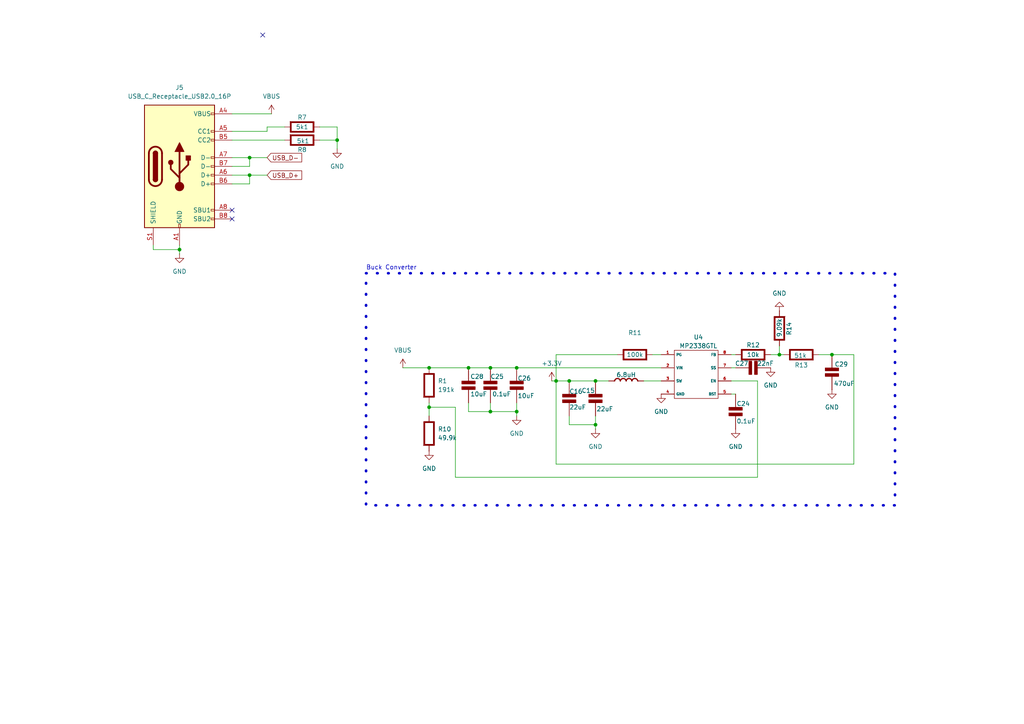
<source format=kicad_sch>
(kicad_sch
	(version 20231120)
	(generator "eeschema")
	(generator_version "8.0")
	(uuid "9300aaf4-c29d-43a4-8852-a8629b5a452d")
	(paper "A4")
	(lib_symbols
		(symbol "Connector:USB_C_Receptacle_USB2.0_16P"
			(pin_names
				(offset 1.016)
			)
			(exclude_from_sim no)
			(in_bom yes)
			(on_board yes)
			(property "Reference" "J"
				(at 0 22.225 0)
				(effects
					(font
						(size 1.27 1.27)
					)
				)
			)
			(property "Value" "USB_C_Receptacle_USB2.0_16P"
				(at 0 19.685 0)
				(effects
					(font
						(size 1.27 1.27)
					)
				)
			)
			(property "Footprint" ""
				(at 3.81 0 0)
				(effects
					(font
						(size 1.27 1.27)
					)
					(hide yes)
				)
			)
			(property "Datasheet" "https://www.usb.org/sites/default/files/documents/usb_type-c.zip"
				(at 3.81 0 0)
				(effects
					(font
						(size 1.27 1.27)
					)
					(hide yes)
				)
			)
			(property "Description" "USB 2.0-only 16P Type-C Receptacle connector"
				(at 0 0 0)
				(effects
					(font
						(size 1.27 1.27)
					)
					(hide yes)
				)
			)
			(property "ki_keywords" "usb universal serial bus type-C USB2.0"
				(at 0 0 0)
				(effects
					(font
						(size 1.27 1.27)
					)
					(hide yes)
				)
			)
			(property "ki_fp_filters" "USB*C*Receptacle*"
				(at 0 0 0)
				(effects
					(font
						(size 1.27 1.27)
					)
					(hide yes)
				)
			)
			(symbol "USB_C_Receptacle_USB2.0_16P_0_0"
				(rectangle
					(start -0.254 -17.78)
					(end 0.254 -16.764)
					(stroke
						(width 0)
						(type default)
					)
					(fill
						(type none)
					)
				)
				(rectangle
					(start 10.16 -14.986)
					(end 9.144 -15.494)
					(stroke
						(width 0)
						(type default)
					)
					(fill
						(type none)
					)
				)
				(rectangle
					(start 10.16 -12.446)
					(end 9.144 -12.954)
					(stroke
						(width 0)
						(type default)
					)
					(fill
						(type none)
					)
				)
				(rectangle
					(start 10.16 -4.826)
					(end 9.144 -5.334)
					(stroke
						(width 0)
						(type default)
					)
					(fill
						(type none)
					)
				)
				(rectangle
					(start 10.16 -2.286)
					(end 9.144 -2.794)
					(stroke
						(width 0)
						(type default)
					)
					(fill
						(type none)
					)
				)
				(rectangle
					(start 10.16 0.254)
					(end 9.144 -0.254)
					(stroke
						(width 0)
						(type default)
					)
					(fill
						(type none)
					)
				)
				(rectangle
					(start 10.16 2.794)
					(end 9.144 2.286)
					(stroke
						(width 0)
						(type default)
					)
					(fill
						(type none)
					)
				)
				(rectangle
					(start 10.16 7.874)
					(end 9.144 7.366)
					(stroke
						(width 0)
						(type default)
					)
					(fill
						(type none)
					)
				)
				(rectangle
					(start 10.16 10.414)
					(end 9.144 9.906)
					(stroke
						(width 0)
						(type default)
					)
					(fill
						(type none)
					)
				)
				(rectangle
					(start 10.16 15.494)
					(end 9.144 14.986)
					(stroke
						(width 0)
						(type default)
					)
					(fill
						(type none)
					)
				)
			)
			(symbol "USB_C_Receptacle_USB2.0_16P_0_1"
				(rectangle
					(start -10.16 17.78)
					(end 10.16 -17.78)
					(stroke
						(width 0.254)
						(type default)
					)
					(fill
						(type background)
					)
				)
				(arc
					(start -8.89 -3.81)
					(mid -6.985 -5.7067)
					(end -5.08 -3.81)
					(stroke
						(width 0.508)
						(type default)
					)
					(fill
						(type none)
					)
				)
				(arc
					(start -7.62 -3.81)
					(mid -6.985 -4.4423)
					(end -6.35 -3.81)
					(stroke
						(width 0.254)
						(type default)
					)
					(fill
						(type none)
					)
				)
				(arc
					(start -7.62 -3.81)
					(mid -6.985 -4.4423)
					(end -6.35 -3.81)
					(stroke
						(width 0.254)
						(type default)
					)
					(fill
						(type outline)
					)
				)
				(rectangle
					(start -7.62 -3.81)
					(end -6.35 3.81)
					(stroke
						(width 0.254)
						(type default)
					)
					(fill
						(type outline)
					)
				)
				(arc
					(start -6.35 3.81)
					(mid -6.985 4.4423)
					(end -7.62 3.81)
					(stroke
						(width 0.254)
						(type default)
					)
					(fill
						(type none)
					)
				)
				(arc
					(start -6.35 3.81)
					(mid -6.985 4.4423)
					(end -7.62 3.81)
					(stroke
						(width 0.254)
						(type default)
					)
					(fill
						(type outline)
					)
				)
				(arc
					(start -5.08 3.81)
					(mid -6.985 5.7067)
					(end -8.89 3.81)
					(stroke
						(width 0.508)
						(type default)
					)
					(fill
						(type none)
					)
				)
				(circle
					(center -2.54 1.143)
					(radius 0.635)
					(stroke
						(width 0.254)
						(type default)
					)
					(fill
						(type outline)
					)
				)
				(circle
					(center 0 -5.842)
					(radius 1.27)
					(stroke
						(width 0)
						(type default)
					)
					(fill
						(type outline)
					)
				)
				(polyline
					(pts
						(xy -8.89 -3.81) (xy -8.89 3.81)
					)
					(stroke
						(width 0.508)
						(type default)
					)
					(fill
						(type none)
					)
				)
				(polyline
					(pts
						(xy -5.08 3.81) (xy -5.08 -3.81)
					)
					(stroke
						(width 0.508)
						(type default)
					)
					(fill
						(type none)
					)
				)
				(polyline
					(pts
						(xy 0 -5.842) (xy 0 4.318)
					)
					(stroke
						(width 0.508)
						(type default)
					)
					(fill
						(type none)
					)
				)
				(polyline
					(pts
						(xy 0 -3.302) (xy -2.54 -0.762) (xy -2.54 0.508)
					)
					(stroke
						(width 0.508)
						(type default)
					)
					(fill
						(type none)
					)
				)
				(polyline
					(pts
						(xy 0 -2.032) (xy 2.54 0.508) (xy 2.54 1.778)
					)
					(stroke
						(width 0.508)
						(type default)
					)
					(fill
						(type none)
					)
				)
				(polyline
					(pts
						(xy -1.27 4.318) (xy 0 6.858) (xy 1.27 4.318) (xy -1.27 4.318)
					)
					(stroke
						(width 0.254)
						(type default)
					)
					(fill
						(type outline)
					)
				)
				(rectangle
					(start 1.905 1.778)
					(end 3.175 3.048)
					(stroke
						(width 0.254)
						(type default)
					)
					(fill
						(type outline)
					)
				)
			)
			(symbol "USB_C_Receptacle_USB2.0_16P_1_1"
				(pin passive line
					(at 0 -22.86 90)
					(length 5.08)
					(name "GND"
						(effects
							(font
								(size 1.27 1.27)
							)
						)
					)
					(number "A1"
						(effects
							(font
								(size 1.27 1.27)
							)
						)
					)
				)
				(pin passive line
					(at 0 -22.86 90)
					(length 5.08) hide
					(name "GND"
						(effects
							(font
								(size 1.27 1.27)
							)
						)
					)
					(number "A12"
						(effects
							(font
								(size 1.27 1.27)
							)
						)
					)
				)
				(pin passive line
					(at 15.24 15.24 180)
					(length 5.08)
					(name "VBUS"
						(effects
							(font
								(size 1.27 1.27)
							)
						)
					)
					(number "A4"
						(effects
							(font
								(size 1.27 1.27)
							)
						)
					)
				)
				(pin bidirectional line
					(at 15.24 10.16 180)
					(length 5.08)
					(name "CC1"
						(effects
							(font
								(size 1.27 1.27)
							)
						)
					)
					(number "A5"
						(effects
							(font
								(size 1.27 1.27)
							)
						)
					)
				)
				(pin bidirectional line
					(at 15.24 -2.54 180)
					(length 5.08)
					(name "D+"
						(effects
							(font
								(size 1.27 1.27)
							)
						)
					)
					(number "A6"
						(effects
							(font
								(size 1.27 1.27)
							)
						)
					)
				)
				(pin bidirectional line
					(at 15.24 2.54 180)
					(length 5.08)
					(name "D-"
						(effects
							(font
								(size 1.27 1.27)
							)
						)
					)
					(number "A7"
						(effects
							(font
								(size 1.27 1.27)
							)
						)
					)
				)
				(pin bidirectional line
					(at 15.24 -12.7 180)
					(length 5.08)
					(name "SBU1"
						(effects
							(font
								(size 1.27 1.27)
							)
						)
					)
					(number "A8"
						(effects
							(font
								(size 1.27 1.27)
							)
						)
					)
				)
				(pin passive line
					(at 15.24 15.24 180)
					(length 5.08) hide
					(name "VBUS"
						(effects
							(font
								(size 1.27 1.27)
							)
						)
					)
					(number "A9"
						(effects
							(font
								(size 1.27 1.27)
							)
						)
					)
				)
				(pin passive line
					(at 0 -22.86 90)
					(length 5.08) hide
					(name "GND"
						(effects
							(font
								(size 1.27 1.27)
							)
						)
					)
					(number "B1"
						(effects
							(font
								(size 1.27 1.27)
							)
						)
					)
				)
				(pin passive line
					(at 0 -22.86 90)
					(length 5.08) hide
					(name "GND"
						(effects
							(font
								(size 1.27 1.27)
							)
						)
					)
					(number "B12"
						(effects
							(font
								(size 1.27 1.27)
							)
						)
					)
				)
				(pin passive line
					(at 15.24 15.24 180)
					(length 5.08) hide
					(name "VBUS"
						(effects
							(font
								(size 1.27 1.27)
							)
						)
					)
					(number "B4"
						(effects
							(font
								(size 1.27 1.27)
							)
						)
					)
				)
				(pin bidirectional line
					(at 15.24 7.62 180)
					(length 5.08)
					(name "CC2"
						(effects
							(font
								(size 1.27 1.27)
							)
						)
					)
					(number "B5"
						(effects
							(font
								(size 1.27 1.27)
							)
						)
					)
				)
				(pin bidirectional line
					(at 15.24 -5.08 180)
					(length 5.08)
					(name "D+"
						(effects
							(font
								(size 1.27 1.27)
							)
						)
					)
					(number "B6"
						(effects
							(font
								(size 1.27 1.27)
							)
						)
					)
				)
				(pin bidirectional line
					(at 15.24 0 180)
					(length 5.08)
					(name "D-"
						(effects
							(font
								(size 1.27 1.27)
							)
						)
					)
					(number "B7"
						(effects
							(font
								(size 1.27 1.27)
							)
						)
					)
				)
				(pin bidirectional line
					(at 15.24 -15.24 180)
					(length 5.08)
					(name "SBU2"
						(effects
							(font
								(size 1.27 1.27)
							)
						)
					)
					(number "B8"
						(effects
							(font
								(size 1.27 1.27)
							)
						)
					)
				)
				(pin passive line
					(at 15.24 15.24 180)
					(length 5.08) hide
					(name "VBUS"
						(effects
							(font
								(size 1.27 1.27)
							)
						)
					)
					(number "B9"
						(effects
							(font
								(size 1.27 1.27)
							)
						)
					)
				)
				(pin passive line
					(at -7.62 -22.86 90)
					(length 5.08)
					(name "SHIELD"
						(effects
							(font
								(size 1.27 1.27)
							)
						)
					)
					(number "S1"
						(effects
							(font
								(size 1.27 1.27)
							)
						)
					)
				)
			)
		)
		(symbol "MP2338GTL_BC:MP2338GTL"
			(exclude_from_sim no)
			(in_bom yes)
			(on_board yes)
			(property "Reference" "U4"
				(at 0.635 6.35 0)
				(effects
					(font
						(size 1.27 1.27)
					)
				)
			)
			(property "Value" "MP2338GTL"
				(at 0.635 3.81 0)
				(effects
					(font
						(size 1.27 1.27)
					)
				)
			)
			(property "Footprint" "BuckConv5vto3V3:MP2338_SOT583"
				(at 0.254 8.128 0)
				(effects
					(font
						(size 1.27 1.27)
					)
					(hide yes)
				)
			)
			(property "Datasheet" ""
				(at -5.08 1.27 0)
				(effects
					(font
						(size 1.27 1.27)
					)
					(hide yes)
				)
			)
			(property "Description" "5-28Volt to 3V3 Buck converter"
				(at 0.762 -13.208 0)
				(effects
					(font
						(size 1.27 1.27)
					)
					(hide yes)
				)
			)
			(property "ki_keywords" "https://www.monolithicpower.com/en/documentview/productdocument/index/version/2/document_type/Datasheet/lang/en/sku/MP2338GTL"
				(at 0 0 0)
				(effects
					(font
						(size 1.27 1.27)
					)
					(hide yes)
				)
			)
			(symbol "MP2338GTL_1_1"
				(rectangle
					(start -6.35 2.54)
					(end 6.35 -11.43)
					(stroke
						(width 0)
						(type default)
					)
					(fill
						(type none)
					)
				)
				(pin input line
					(at -10.16 1.27 0)
					(length 3.81)
					(name "PG"
						(effects
							(font
								(size 0.762 0.762)
							)
						)
					)
					(number "1"
						(effects
							(font
								(size 0.762 0.762)
							)
						)
					)
				)
				(pin input line
					(at -10.16 -2.54 0)
					(length 3.81)
					(name "VIN"
						(effects
							(font
								(size 0.762 0.762)
							)
						)
					)
					(number "2"
						(effects
							(font
								(size 0.762 0.762)
							)
						)
					)
				)
				(pin input line
					(at -10.16 -6.35 0)
					(length 3.81)
					(name "SW"
						(effects
							(font
								(size 0.762 0.762)
							)
						)
					)
					(number "3"
						(effects
							(font
								(size 0.762 0.762)
							)
						)
					)
				)
				(pin input line
					(at -10.16 -10.16 0)
					(length 3.81)
					(name "GND"
						(effects
							(font
								(size 0.762 0.762)
							)
						)
					)
					(number "4"
						(effects
							(font
								(size 0.762 0.762)
							)
						)
					)
				)
				(pin input line
					(at 10.16 -10.16 180)
					(length 3.81)
					(name "BST"
						(effects
							(font
								(size 0.762 0.762)
							)
						)
					)
					(number "5"
						(effects
							(font
								(size 0.762 0.762)
							)
						)
					)
				)
				(pin input line
					(at 10.16 -6.35 180)
					(length 3.81)
					(name "EN"
						(effects
							(font
								(size 0.762 0.762)
							)
						)
					)
					(number "6"
						(effects
							(font
								(size 0.762 0.762)
							)
						)
					)
				)
				(pin input line
					(at 10.16 -2.54 180)
					(length 3.81)
					(name "SS"
						(effects
							(font
								(size 0.762 0.762)
							)
						)
					)
					(number "7"
						(effects
							(font
								(size 0.762 0.762)
							)
						)
					)
				)
				(pin input line
					(at 10.16 1.27 180)
					(length 3.81)
					(name "FB"
						(effects
							(font
								(size 0.762 0.762)
							)
						)
					)
					(number "8"
						(effects
							(font
								(size 0.762 0.762)
							)
						)
					)
				)
			)
		)
		(symbol "PCM_Elektuur:C"
			(pin_numbers hide)
			(pin_names
				(offset 0) hide)
			(exclude_from_sim no)
			(in_bom yes)
			(on_board yes)
			(property "Reference" "C"
				(at 0.635 3.175 0)
				(effects
					(font
						(size 1.27 1.27)
					)
					(justify left)
				)
			)
			(property "Value" "C"
				(at 0.635 -3.175 0)
				(effects
					(font
						(size 1.27 1.27)
					)
					(justify left)
				)
			)
			(property "Footprint" ""
				(at 0 0 0)
				(effects
					(font
						(size 1.27 1.27)
					)
					(hide yes)
				)
			)
			(property "Datasheet" ""
				(at 0 0 0)
				(effects
					(font
						(size 1.27 1.27)
					)
					(hide yes)
				)
			)
			(property "Description" "capacitor, non-polarized/bipolar"
				(at 0 0 0)
				(effects
					(font
						(size 1.27 1.27)
					)
					(hide yes)
				)
			)
			(property "Indicator" "+"
				(at -1.27 3.175 0)
				(effects
					(font
						(size 1.27 1.27)
					)
					(hide yes)
				)
			)
			(property "Rating" "V"
				(at -0.635 -3.175 0)
				(effects
					(font
						(size 1.27 1.27)
					)
					(justify right)
					(hide yes)
				)
			)
			(property "ki_keywords" "C cap capacitor non-polarized bipolar"
				(at 0 0 0)
				(effects
					(font
						(size 1.27 1.27)
					)
					(hide yes)
				)
			)
			(symbol "C_1_1"
				(rectangle
					(start -1.905 -0.4318)
					(end 1.905 -1.1938)
					(stroke
						(width 0.254)
						(type default)
					)
					(fill
						(type outline)
					)
				)
				(rectangle
					(start -1.905 1.1938)
					(end 1.905 0.4318)
					(stroke
						(width 0.254)
						(type default)
					)
					(fill
						(type outline)
					)
				)
				(pin passive line
					(at 0 5.08 270)
					(length 3.8862)
					(name "+"
						(effects
							(font
								(size 1.27 1.27)
							)
						)
					)
					(number "1"
						(effects
							(font
								(size 1.27 1.27)
							)
						)
					)
				)
				(pin passive line
					(at 0 -5.08 90)
					(length 3.8862)
					(name "-"
						(effects
							(font
								(size 1.27 1.27)
							)
						)
					)
					(number "2"
						(effects
							(font
								(size 1.27 1.27)
							)
						)
					)
				)
			)
			(symbol "C_1_2"
				(polyline
					(pts
						(xy -1.905 -1.4986) (xy 1.905 -1.4986) (xy 1.905 -0.4318) (xy -1.905 -0.4318) (xy -1.905 -1.4986)
						(xy -1.8034 -1.397) (xy -1.8034 -0.5334) (xy 1.8034 -0.5334) (xy 1.8034 -1.397) (xy -1.8034 -1.397)
						(xy -1.905 -1.4986)
					)
					(stroke
						(width 0.254)
						(type default)
					)
					(fill
						(type outline)
					)
				)
				(polyline
					(pts
						(xy -1.905 0.4318) (xy 1.905 0.4318) (xy 1.905 1.4986) (xy -1.905 1.4986) (xy -1.905 0.4318) (xy -1.8034 0.5334)
						(xy -1.8034 1.397) (xy 1.8034 1.397) (xy 1.8034 0.5334) (xy -1.8034 0.5334) (xy -1.905 0.4318)
					)
					(stroke
						(width 0.254)
						(type default)
					)
					(fill
						(type outline)
					)
				)
				(pin passive line
					(at 0 5.08 270)
					(length 3.5814)
					(name "+"
						(effects
							(font
								(size 1.27 1.27)
							)
						)
					)
					(number "1"
						(effects
							(font
								(size 1.27 1.27)
							)
						)
					)
				)
				(pin passive line
					(at 0 -5.08 90)
					(length 3.5814)
					(name "-"
						(effects
							(font
								(size 1.27 1.27)
							)
						)
					)
					(number "2"
						(effects
							(font
								(size 1.27 1.27)
							)
						)
					)
				)
			)
		)
		(symbol "PCM_Elektuur:L"
			(pin_numbers hide)
			(pin_names
				(offset 0) hide)
			(exclude_from_sim no)
			(in_bom yes)
			(on_board yes)
			(property "Reference" "L"
				(at 2.54 3.175 0)
				(effects
					(font
						(size 1.27 1.27)
					)
					(justify left)
				)
			)
			(property "Value" "L"
				(at 2.54 -3.175 0)
				(effects
					(font
						(size 1.27 1.27)
					)
					(justify left)
				)
			)
			(property "Footprint" ""
				(at 0 0 0)
				(effects
					(font
						(size 1.27 1.27)
					)
					(hide yes)
				)
			)
			(property "Datasheet" ""
				(at 0 0 0)
				(effects
					(font
						(size 1.27 1.27)
					)
					(hide yes)
				)
			)
			(property "Description" "coil/winding/inductor/choke/reactor"
				(at 0 0 0)
				(effects
					(font
						(size 1.27 1.27)
					)
					(hide yes)
				)
			)
			(property "Indicator" "●"
				(at -0.127 2.54 0)
				(effects
					(font
						(size 0.635 0.635)
					)
					(hide yes)
				)
			)
			(property "Rating" "A"
				(at -1.27 -3.175 0)
				(effects
					(font
						(size 1.27 1.27)
					)
					(justify right)
					(hide yes)
				)
			)
			(property "ki_keywords" "L coil winding inductor choke reactor dot instantaneous voltage polarity indicator magnetic core transformer"
				(at 0 0 0)
				(effects
					(font
						(size 1.27 1.27)
					)
					(hide yes)
				)
			)
			(symbol "L_1_0"
				(arc
					(start 0 -3.4036)
					(mid 0.762 -2.5146)
					(end 0 -1.6256)
					(stroke
						(width 0.254)
						(type default)
					)
					(fill
						(type none)
					)
				)
				(arc
					(start 0 -3.302)
					(mid 0.6604 -2.5146)
					(end 0 -1.7272)
					(stroke
						(width 0.254)
						(type default)
					)
					(fill
						(type none)
					)
				)
				(arc
					(start 0 -1.7272)
					(mid 0.762 -0.8382)
					(end 0 0.0508)
					(stroke
						(width 0.254)
						(type default)
					)
					(fill
						(type none)
					)
				)
				(arc
					(start 0 -1.6256)
					(mid 0.6604 -0.8382)
					(end 0 -0.0508)
					(stroke
						(width 0.254)
						(type default)
					)
					(fill
						(type none)
					)
				)
				(arc
					(start 0 -0.0508)
					(mid 0.762 0.8382)
					(end 0 1.7272)
					(stroke
						(width 0.254)
						(type default)
					)
					(fill
						(type none)
					)
				)
				(polyline
					(pts
						(xy 0 -3.302) (xy 0 -3.5052)
					)
					(stroke
						(width 0.254)
						(type default)
					)
					(fill
						(type none)
					)
				)
				(polyline
					(pts
						(xy 0 -1.6256) (xy 0 -1.7272)
					)
					(stroke
						(width 0.254)
						(type default)
					)
					(fill
						(type none)
					)
				)
				(polyline
					(pts
						(xy 0 0.0508) (xy 0 -0.0508)
					)
					(stroke
						(width 0.254)
						(type default)
					)
					(fill
						(type none)
					)
				)
				(polyline
					(pts
						(xy 0 1.7272) (xy 0 1.6256)
					)
					(stroke
						(width 0.254)
						(type default)
					)
					(fill
						(type none)
					)
				)
				(polyline
					(pts
						(xy 0 3.5052) (xy 0 3.302)
					)
					(stroke
						(width 0.254)
						(type default)
					)
					(fill
						(type none)
					)
				)
				(arc
					(start 0 0.0508)
					(mid 0.6604 0.8382)
					(end 0 1.6256)
					(stroke
						(width 0.254)
						(type default)
					)
					(fill
						(type none)
					)
				)
				(arc
					(start 0 1.6256)
					(mid 0.762 2.5146)
					(end 0 3.4036)
					(stroke
						(width 0.254)
						(type default)
					)
					(fill
						(type none)
					)
				)
				(arc
					(start 0 1.7272)
					(mid 0.6604 2.5146)
					(end 0 3.302)
					(stroke
						(width 0.254)
						(type default)
					)
					(fill
						(type none)
					)
				)
				(pin passive line
					(at 0 5.08 270)
					(length 1.5748)
					(name "+"
						(effects
							(font
								(size 1.27 1.27)
							)
						)
					)
					(number "1"
						(effects
							(font
								(size 1.27 1.27)
							)
						)
					)
				)
				(pin passive line
					(at 0 -5.08 90)
					(length 1.5748)
					(name "-"
						(effects
							(font
								(size 1.27 1.27)
							)
						)
					)
					(number "2"
						(effects
							(font
								(size 1.27 1.27)
							)
						)
					)
				)
			)
			(symbol "L_1_2"
				(rectangle
					(start 1.524 3.3782)
					(end 1.9812 -3.3782)
					(stroke
						(width 0.254)
						(type default)
					)
					(fill
						(type outline)
					)
				)
			)
			(symbol "L_1_3"
				(rectangle
					(start 1.524 -1.9304)
					(end 1.9812 -3.0988)
					(stroke
						(width 0.254)
						(type default)
					)
					(fill
						(type outline)
					)
				)
				(rectangle
					(start 1.524 -0.254)
					(end 1.9812 -1.4224)
					(stroke
						(width 0.254)
						(type default)
					)
					(fill
						(type outline)
					)
				)
				(rectangle
					(start 1.524 1.4224)
					(end 1.9812 0.254)
					(stroke
						(width 0.254)
						(type default)
					)
					(fill
						(type outline)
					)
				)
				(rectangle
					(start 1.524 3.0988)
					(end 1.9812 1.9304)
					(stroke
						(width 0.254)
						(type default)
					)
					(fill
						(type outline)
					)
				)
			)
		)
		(symbol "PCM_Elektuur:R"
			(pin_numbers hide)
			(pin_names
				(offset 0) hide)
			(exclude_from_sim no)
			(in_bom yes)
			(on_board yes)
			(property "Reference" "R"
				(at 2.54 3.175 0)
				(effects
					(font
						(size 1.27 1.27)
					)
					(justify left)
				)
			)
			(property "Value" "R"
				(at 0 0 90)
				(effects
					(font
						(size 1.27 1.27)
					)
				)
			)
			(property "Footprint" ""
				(at 0 0 0)
				(effects
					(font
						(size 1.27 1.27)
					)
					(hide yes)
				)
			)
			(property "Datasheet" ""
				(at 0 0 0)
				(effects
					(font
						(size 1.27 1.27)
					)
					(hide yes)
				)
			)
			(property "Description" "resistor"
				(at 0 0 0)
				(effects
					(font
						(size 1.27 1.27)
					)
					(hide yes)
				)
			)
			(property "Indicator" "+"
				(at -3.175 3.175 0)
				(effects
					(font
						(size 1.27 1.27)
					)
					(hide yes)
				)
			)
			(property "Rating" "W"
				(at 2.54 -3.175 0)
				(effects
					(font
						(size 1.27 1.27)
					)
					(justify left)
					(hide yes)
				)
			)
			(property "ki_keywords" "R res resistor"
				(at 0 0 0)
				(effects
					(font
						(size 1.27 1.27)
					)
					(hide yes)
				)
			)
			(symbol "R_1_1"
				(polyline
					(pts
						(xy -1.524 -3.429) (xy 1.524 -3.429) (xy 1.524 3.429) (xy -1.524 3.429) (xy -1.524 -3.429) (xy -1.27 -3.175)
						(xy -1.27 3.175) (xy 1.27 3.175) (xy 1.27 -3.175) (xy -1.27 -3.175) (xy -1.524 -3.429)
					)
					(stroke
						(width 0.254)
						(type default)
					)
					(fill
						(type outline)
					)
				)
				(pin passive line
					(at 0 5.08 270)
					(length 1.651)
					(name "+"
						(effects
							(font
								(size 1.27 1.27)
							)
						)
					)
					(number "1"
						(effects
							(font
								(size 1.27 1.27)
							)
						)
					)
				)
				(pin passive line
					(at 0 -5.08 90)
					(length 1.651)
					(name "-"
						(effects
							(font
								(size 1.27 1.27)
							)
						)
					)
					(number "2"
						(effects
							(font
								(size 1.27 1.27)
							)
						)
					)
				)
			)
			(symbol "R_1_2"
				(polyline
					(pts
						(xy -0.508 -3.429) (xy 1.524 -3.429) (xy 1.524 3.429) (xy -0.508 3.429) (xy -0.508 3.175) (xy 1.27 3.175)
						(xy 1.27 -3.175) (xy -0.508 -3.175) (xy -0.508 -3.429)
					)
					(stroke
						(width 0.254)
						(type default)
					)
					(fill
						(type outline)
					)
				)
				(pin passive line
					(at 0 5.08 270)
					(length 1.651)
					(name "+"
						(effects
							(font
								(size 1.27 1.27)
							)
						)
					)
					(number "1"
						(effects
							(font
								(size 1.27 1.27)
							)
						)
					)
				)
				(pin passive line
					(at 0 -5.08 90)
					(length 1.651)
					(name "-"
						(effects
							(font
								(size 1.27 1.27)
							)
						)
					)
					(number "2"
						(effects
							(font
								(size 1.27 1.27)
							)
						)
					)
				)
			)
			(symbol "R_1_3"
				(polyline
					(pts
						(xy 0 3.4798) (xy 0 3.2004) (xy 0.7112 2.794) (xy -1.1938 1.6764) (xy 0.7112 0.5588) (xy -1.1938 -0.5588)
						(xy 0.7112 -1.6764) (xy -1.1938 -2.794) (xy 0 -3.4798) (xy 0 -3.2004) (xy -0.7112 -2.794) (xy 1.1938 -1.6764)
						(xy -0.7112 -0.5588) (xy 1.1938 0.5588) (xy -0.7112 1.6764) (xy 1.1938 2.794) (xy 0 3.4798)
					)
					(stroke
						(width 0.254)
						(type default)
					)
					(fill
						(type outline)
					)
				)
				(pin passive line
					(at 0 5.08 270)
					(length 1.6002)
					(name "+"
						(effects
							(font
								(size 1.27 1.27)
							)
						)
					)
					(number "1"
						(effects
							(font
								(size 1.27 1.27)
							)
						)
					)
				)
				(pin passive line
					(at 0 -5.08 90)
					(length 1.6002)
					(name "-"
						(effects
							(font
								(size 1.27 1.27)
							)
						)
					)
					(number "2"
						(effects
							(font
								(size 1.27 1.27)
							)
						)
					)
				)
			)
			(symbol "R_1_4"
				(polyline
					(pts
						(xy 0 4.5466) (xy 0 4.2672) (xy 0.0508 4.2418) (xy 1.016 3.683) (xy -1.524 2.2098) (xy 1.016 0.7366)
						(xy -1.524 -0.7366) (xy 1.016 -2.2098) (xy -1.524 -3.683) (xy -0.0762 -4.5212) (xy 0 -4.5466)
						(xy 0 -4.2672) (xy -0.0508 -4.2418) (xy -1.016 -3.683) (xy 1.524 -2.2098) (xy -1.016 -0.7366)
						(xy 1.524 0.7366) (xy -1.016 2.2098) (xy 1.524 3.683) (xy 0.0762 4.5212) (xy 0 4.5466)
					)
					(stroke
						(width 0.254)
						(type default)
					)
					(fill
						(type outline)
					)
				)
				(pin passive line
					(at 0 5.08 270)
					(length 0.5334)
					(name "+"
						(effects
							(font
								(size 1.27 1.27)
							)
						)
					)
					(number "1"
						(effects
							(font
								(size 1.27 1.27)
							)
						)
					)
				)
				(pin passive line
					(at 0 -5.08 90)
					(length 0.5334)
					(name "-"
						(effects
							(font
								(size 1.27 1.27)
							)
						)
					)
					(number "2"
						(effects
							(font
								(size 1.27 1.27)
							)
						)
					)
				)
			)
		)
		(symbol "power:+3.3V"
			(power)
			(pin_numbers hide)
			(pin_names
				(offset 0) hide)
			(exclude_from_sim no)
			(in_bom yes)
			(on_board yes)
			(property "Reference" "#PWR"
				(at 0 -3.81 0)
				(effects
					(font
						(size 1.27 1.27)
					)
					(hide yes)
				)
			)
			(property "Value" "+3.3V"
				(at 0 3.556 0)
				(effects
					(font
						(size 1.27 1.27)
					)
				)
			)
			(property "Footprint" ""
				(at 0 0 0)
				(effects
					(font
						(size 1.27 1.27)
					)
					(hide yes)
				)
			)
			(property "Datasheet" ""
				(at 0 0 0)
				(effects
					(font
						(size 1.27 1.27)
					)
					(hide yes)
				)
			)
			(property "Description" "Power symbol creates a global label with name \"+3.3V\""
				(at 0 0 0)
				(effects
					(font
						(size 1.27 1.27)
					)
					(hide yes)
				)
			)
			(property "ki_keywords" "global power"
				(at 0 0 0)
				(effects
					(font
						(size 1.27 1.27)
					)
					(hide yes)
				)
			)
			(symbol "+3.3V_0_1"
				(polyline
					(pts
						(xy -0.762 1.27) (xy 0 2.54)
					)
					(stroke
						(width 0)
						(type default)
					)
					(fill
						(type none)
					)
				)
				(polyline
					(pts
						(xy 0 0) (xy 0 2.54)
					)
					(stroke
						(width 0)
						(type default)
					)
					(fill
						(type none)
					)
				)
				(polyline
					(pts
						(xy 0 2.54) (xy 0.762 1.27)
					)
					(stroke
						(width 0)
						(type default)
					)
					(fill
						(type none)
					)
				)
			)
			(symbol "+3.3V_1_1"
				(pin power_in line
					(at 0 0 90)
					(length 0)
					(name "~"
						(effects
							(font
								(size 1.27 1.27)
							)
						)
					)
					(number "1"
						(effects
							(font
								(size 1.27 1.27)
							)
						)
					)
				)
			)
		)
		(symbol "power:GND"
			(power)
			(pin_numbers hide)
			(pin_names
				(offset 0) hide)
			(exclude_from_sim no)
			(in_bom yes)
			(on_board yes)
			(property "Reference" "#PWR"
				(at 0 -6.35 0)
				(effects
					(font
						(size 1.27 1.27)
					)
					(hide yes)
				)
			)
			(property "Value" "GND"
				(at 0 -3.81 0)
				(effects
					(font
						(size 1.27 1.27)
					)
				)
			)
			(property "Footprint" ""
				(at 0 0 0)
				(effects
					(font
						(size 1.27 1.27)
					)
					(hide yes)
				)
			)
			(property "Datasheet" ""
				(at 0 0 0)
				(effects
					(font
						(size 1.27 1.27)
					)
					(hide yes)
				)
			)
			(property "Description" "Power symbol creates a global label with name \"GND\" , ground"
				(at 0 0 0)
				(effects
					(font
						(size 1.27 1.27)
					)
					(hide yes)
				)
			)
			(property "ki_keywords" "global power"
				(at 0 0 0)
				(effects
					(font
						(size 1.27 1.27)
					)
					(hide yes)
				)
			)
			(symbol "GND_0_1"
				(polyline
					(pts
						(xy 0 0) (xy 0 -1.27) (xy 1.27 -1.27) (xy 0 -2.54) (xy -1.27 -1.27) (xy 0 -1.27)
					)
					(stroke
						(width 0)
						(type default)
					)
					(fill
						(type none)
					)
				)
			)
			(symbol "GND_1_1"
				(pin power_in line
					(at 0 0 270)
					(length 0)
					(name "~"
						(effects
							(font
								(size 1.27 1.27)
							)
						)
					)
					(number "1"
						(effects
							(font
								(size 1.27 1.27)
							)
						)
					)
				)
			)
		)
	)
	(junction
		(at 72.39 50.8)
		(diameter 0)
		(color 0 0 0 0)
		(uuid "06343f40-ba32-468f-be08-882c164b2f96")
	)
	(junction
		(at 161.29 110.49)
		(diameter 0)
		(color 0 0 0 0)
		(uuid "0ca3f9c5-685b-4636-bb5b-f6684571c107")
	)
	(junction
		(at 52.07 72.39)
		(diameter 0)
		(color 0 0 0 0)
		(uuid "1bf62e64-8f47-4a18-8ef9-e92746267600")
	)
	(junction
		(at 226.06 102.87)
		(diameter 0)
		(color 0 0 0 0)
		(uuid "2c7b727a-fa0f-4f57-908b-34cf12acc467")
	)
	(junction
		(at 135.89 106.68)
		(diameter 0)
		(color 0 0 0 0)
		(uuid "62ce379a-1228-4a48-8f14-009a033a238a")
	)
	(junction
		(at 72.39 45.72)
		(diameter 0)
		(color 0 0 0 0)
		(uuid "675b1144-cb07-406d-8df4-a4e70afb5a2b")
	)
	(junction
		(at 149.86 119.38)
		(diameter 0)
		(color 0 0 0 0)
		(uuid "80987213-1144-45ab-8a7e-5bc4ea0ed878")
	)
	(junction
		(at 124.46 106.68)
		(diameter 0)
		(color 0 0 0 0)
		(uuid "821e25a4-9ebd-41d3-be4f-9c597d615f19")
	)
	(junction
		(at 142.24 106.68)
		(diameter 0)
		(color 0 0 0 0)
		(uuid "87d2e9a8-61a9-402a-ab2a-302a1cd85c96")
	)
	(junction
		(at 149.86 106.68)
		(diameter 0)
		(color 0 0 0 0)
		(uuid "897fe905-cf5f-4a7f-9fd5-db4a51a4adbf")
	)
	(junction
		(at 124.46 118.11)
		(diameter 0)
		(color 0 0 0 0)
		(uuid "9d74f208-d8fe-46be-a3c3-61775e365a83")
	)
	(junction
		(at 165.1 110.49)
		(diameter 0)
		(color 0 0 0 0)
		(uuid "9e621336-20e7-4837-a1fa-b821614dd6ca")
	)
	(junction
		(at 172.72 110.49)
		(diameter 0)
		(color 0 0 0 0)
		(uuid "ab91c874-eac0-4461-bfe2-10f09bfc76d2")
	)
	(junction
		(at 142.24 119.38)
		(diameter 0)
		(color 0 0 0 0)
		(uuid "c4acbc8f-1449-463c-8f72-041c50250ad0")
	)
	(junction
		(at 172.72 123.19)
		(diameter 0)
		(color 0 0 0 0)
		(uuid "e1a0bc99-9d57-4b5c-9424-554e68682360")
	)
	(junction
		(at 97.79 40.64)
		(diameter 0)
		(color 0 0 0 0)
		(uuid "e3f1e1d0-9c0e-4bfb-8aaa-c515eaa45d35")
	)
	(junction
		(at 241.3 102.87)
		(diameter 0)
		(color 0 0 0 0)
		(uuid "f99ee7f1-e806-4ff8-9211-e9482a78de74")
	)
	(no_connect
		(at 67.31 60.96)
		(uuid "10261c33-1e3c-4c8a-a6dc-7ca496b1e22e")
	)
	(no_connect
		(at 67.31 63.5)
		(uuid "c642396d-1c57-434f-a822-92caedea083d")
	)
	(no_connect
		(at 76.2 10.16)
		(uuid "ed66731c-ac67-4553-aa87-15d3a664620a")
	)
	(wire
		(pts
			(xy 165.1 110.49) (xy 172.72 110.49)
		)
		(stroke
			(width 0)
			(type default)
		)
		(uuid "01c07862-7f35-42fc-b380-f4299a8ba978")
	)
	(wire
		(pts
			(xy 172.72 123.19) (xy 172.72 124.46)
		)
		(stroke
			(width 0)
			(type default)
		)
		(uuid "06562907-cccb-4060-bab9-8c76662778a2")
	)
	(wire
		(pts
			(xy 219.71 138.43) (xy 132.08 138.43)
		)
		(stroke
			(width 0)
			(type default)
		)
		(uuid "0950946b-8f60-4726-b0a1-d5e53b85ef91")
	)
	(wire
		(pts
			(xy 44.45 71.12) (xy 44.45 72.39)
		)
		(stroke
			(width 0)
			(type default)
		)
		(uuid "0a88a25d-06ca-45aa-b401-b6f79c89ff76")
	)
	(wire
		(pts
			(xy 142.24 106.68) (xy 149.86 106.68)
		)
		(stroke
			(width 0)
			(type default)
		)
		(uuid "211d9da8-b530-42e8-99e7-5dfc177c602a")
	)
	(wire
		(pts
			(xy 149.86 119.38) (xy 149.86 120.65)
		)
		(stroke
			(width 0)
			(type default)
		)
		(uuid "2455308f-d4a5-422a-8665-00ccc91c28d1")
	)
	(wire
		(pts
			(xy 135.89 116.84) (xy 135.89 119.38)
		)
		(stroke
			(width 0)
			(type default)
		)
		(uuid "2872221b-d2a6-4df1-923d-62753050631f")
	)
	(wire
		(pts
			(xy 212.09 110.49) (xy 219.71 110.49)
		)
		(stroke
			(width 0)
			(type default)
		)
		(uuid "32efda05-c0b6-44ad-a878-5a0233682b35")
	)
	(wire
		(pts
			(xy 212.09 106.68) (xy 213.36 106.68)
		)
		(stroke
			(width 0)
			(type default)
		)
		(uuid "3436bbe0-10e3-480a-b5d6-32cd0f4c4ec5")
	)
	(wire
		(pts
			(xy 67.31 50.8) (xy 72.39 50.8)
		)
		(stroke
			(width 0)
			(type default)
		)
		(uuid "3514370c-a265-4e80-8084-19d6148b6f49")
	)
	(wire
		(pts
			(xy 241.3 102.87) (xy 247.65 102.87)
		)
		(stroke
			(width 0)
			(type default)
		)
		(uuid "38166494-b5af-45a1-9aa7-41559b79ea01")
	)
	(wire
		(pts
			(xy 135.89 106.68) (xy 142.24 106.68)
		)
		(stroke
			(width 0)
			(type default)
		)
		(uuid "44dbfc93-ff95-4676-a6cd-0dfb6b7690fd")
	)
	(wire
		(pts
			(xy 219.71 110.49) (xy 219.71 138.43)
		)
		(stroke
			(width 0)
			(type default)
		)
		(uuid "458126c4-3f24-441f-ae02-da325f4b96bd")
	)
	(wire
		(pts
			(xy 52.07 72.39) (xy 52.07 73.66)
		)
		(stroke
			(width 0)
			(type default)
		)
		(uuid "4699afec-9cd2-48e3-af23-ba4cd690c1af")
	)
	(wire
		(pts
			(xy 172.72 120.65) (xy 172.72 123.19)
		)
		(stroke
			(width 0)
			(type default)
		)
		(uuid "47ac0238-b70e-41d4-b12c-ee26cea166a8")
	)
	(wire
		(pts
			(xy 67.31 48.26) (xy 72.39 48.26)
		)
		(stroke
			(width 0)
			(type default)
		)
		(uuid "4a3e066e-85eb-4f46-84e0-b3ec30e1890b")
	)
	(wire
		(pts
			(xy 67.31 38.1) (xy 77.47 38.1)
		)
		(stroke
			(width 0)
			(type default)
		)
		(uuid "5058b8fd-90ec-4543-8443-21a1f93f3943")
	)
	(wire
		(pts
			(xy 226.06 100.33) (xy 226.06 102.87)
		)
		(stroke
			(width 0)
			(type default)
		)
		(uuid "506e444b-d491-4e32-a103-91f58d98f8b8")
	)
	(wire
		(pts
			(xy 223.52 102.87) (xy 226.06 102.87)
		)
		(stroke
			(width 0)
			(type default)
		)
		(uuid "560bfc5d-d2b0-4264-894d-acf5a3588ad0")
	)
	(wire
		(pts
			(xy 67.31 53.34) (xy 72.39 53.34)
		)
		(stroke
			(width 0)
			(type default)
		)
		(uuid "66aa638d-52a6-4ce9-8ba7-1a2136912cf8")
	)
	(wire
		(pts
			(xy 67.31 45.72) (xy 72.39 45.72)
		)
		(stroke
			(width 0)
			(type default)
		)
		(uuid "694de3be-d628-4be1-ab36-a1e041a06515")
	)
	(wire
		(pts
			(xy 161.29 102.87) (xy 161.29 110.49)
		)
		(stroke
			(width 0)
			(type default)
		)
		(uuid "699a8fd0-c8a1-4466-abcf-5630bc9771cf")
	)
	(wire
		(pts
			(xy 237.49 102.87) (xy 241.3 102.87)
		)
		(stroke
			(width 0)
			(type default)
		)
		(uuid "6af2133c-d9b7-4f96-8dac-0aee79be8461")
	)
	(wire
		(pts
			(xy 116.84 106.68) (xy 124.46 106.68)
		)
		(stroke
			(width 0)
			(type default)
		)
		(uuid "714789bb-7fdb-460c-8891-4b336b51f4f5")
	)
	(wire
		(pts
			(xy 212.09 102.87) (xy 213.36 102.87)
		)
		(stroke
			(width 0)
			(type default)
		)
		(uuid "74eb5a79-9b0b-4f7a-8b8f-0bb28bbd732d")
	)
	(wire
		(pts
			(xy 149.86 116.84) (xy 149.86 119.38)
		)
		(stroke
			(width 0)
			(type default)
		)
		(uuid "777b09c9-d398-48ba-b770-de7bf138b138")
	)
	(wire
		(pts
			(xy 124.46 116.84) (xy 124.46 118.11)
		)
		(stroke
			(width 0)
			(type default)
		)
		(uuid "79d2b9c8-48d7-4edc-bb0f-45ce884fef10")
	)
	(wire
		(pts
			(xy 135.89 119.38) (xy 142.24 119.38)
		)
		(stroke
			(width 0)
			(type default)
		)
		(uuid "7aeaca7f-8a51-42a8-8d6b-058bb0f9083a")
	)
	(wire
		(pts
			(xy 142.24 116.84) (xy 142.24 119.38)
		)
		(stroke
			(width 0)
			(type default)
		)
		(uuid "83847459-9436-4bbe-8da5-8b14923c4c07")
	)
	(wire
		(pts
			(xy 226.06 102.87) (xy 227.33 102.87)
		)
		(stroke
			(width 0)
			(type default)
		)
		(uuid "8b60137e-f5b6-44cd-8ba5-3347dec816df")
	)
	(wire
		(pts
			(xy 172.72 110.49) (xy 176.53 110.49)
		)
		(stroke
			(width 0)
			(type default)
		)
		(uuid "8eb323f2-89d7-4b30-bdc1-3c98d02930e2")
	)
	(wire
		(pts
			(xy 132.08 138.43) (xy 132.08 118.11)
		)
		(stroke
			(width 0)
			(type default)
		)
		(uuid "8f8ce2cb-9222-4078-a96b-e1dd521dc838")
	)
	(wire
		(pts
			(xy 165.1 123.19) (xy 172.72 123.19)
		)
		(stroke
			(width 0)
			(type default)
		)
		(uuid "93eaaf78-7d68-49d6-8c42-b37ffc68ac8c")
	)
	(wire
		(pts
			(xy 165.1 120.65) (xy 165.1 123.19)
		)
		(stroke
			(width 0)
			(type default)
		)
		(uuid "973e350b-bc02-4042-918b-14f96c34fb4c")
	)
	(wire
		(pts
			(xy 149.86 106.68) (xy 191.77 106.68)
		)
		(stroke
			(width 0)
			(type default)
		)
		(uuid "9971ce3e-20d5-4bd3-92ea-19f7344a97a7")
	)
	(wire
		(pts
			(xy 247.65 134.62) (xy 161.29 134.62)
		)
		(stroke
			(width 0)
			(type default)
		)
		(uuid "9b378aa3-741d-413c-a155-17f68c67d6a7")
	)
	(wire
		(pts
			(xy 77.47 36.83) (xy 82.55 36.83)
		)
		(stroke
			(width 0)
			(type default)
		)
		(uuid "a418e8e5-a7c6-42b0-b9b4-a119e389b10f")
	)
	(wire
		(pts
			(xy 92.71 40.64) (xy 97.79 40.64)
		)
		(stroke
			(width 0)
			(type default)
		)
		(uuid "a58ce8a0-7cf2-4680-a13d-74035566af3c")
	)
	(wire
		(pts
			(xy 72.39 45.72) (xy 77.47 45.72)
		)
		(stroke
			(width 0)
			(type default)
		)
		(uuid "a78a7e57-7777-4769-a78d-2dddb0da1318")
	)
	(wire
		(pts
			(xy 44.45 72.39) (xy 52.07 72.39)
		)
		(stroke
			(width 0)
			(type default)
		)
		(uuid "a90f4329-f12b-4bbb-9872-89eca9a1617e")
	)
	(wire
		(pts
			(xy 92.71 36.83) (xy 97.79 36.83)
		)
		(stroke
			(width 0)
			(type default)
		)
		(uuid "ab91d307-a130-4d98-a9a1-e5ca5e103e4b")
	)
	(wire
		(pts
			(xy 97.79 40.64) (xy 97.79 43.18)
		)
		(stroke
			(width 0)
			(type default)
		)
		(uuid "ace33000-176b-42fd-b803-d77d33e03823")
	)
	(wire
		(pts
			(xy 67.31 40.64) (xy 82.55 40.64)
		)
		(stroke
			(width 0)
			(type default)
		)
		(uuid "b49629bb-f107-4324-a956-2f92cd6e1ef5")
	)
	(wire
		(pts
			(xy 142.24 119.38) (xy 149.86 119.38)
		)
		(stroke
			(width 0)
			(type default)
		)
		(uuid "c03651e4-176a-42f6-893a-3656eb0a589c")
	)
	(wire
		(pts
			(xy 124.46 106.68) (xy 135.89 106.68)
		)
		(stroke
			(width 0)
			(type default)
		)
		(uuid "c769a776-b421-402d-8d19-e199ce2971d0")
	)
	(wire
		(pts
			(xy 132.08 118.11) (xy 124.46 118.11)
		)
		(stroke
			(width 0)
			(type default)
		)
		(uuid "c98850b8-20a9-459e-bfda-03b0a4e2179f")
	)
	(wire
		(pts
			(xy 212.09 114.3) (xy 213.36 114.3)
		)
		(stroke
			(width 0)
			(type default)
		)
		(uuid "ca3c0741-02ac-4080-85e8-5678b402d0f0")
	)
	(wire
		(pts
			(xy 160.02 110.49) (xy 161.29 110.49)
		)
		(stroke
			(width 0)
			(type default)
		)
		(uuid "cbea209c-1f9c-4070-9937-282a8269f756")
	)
	(wire
		(pts
			(xy 52.07 71.12) (xy 52.07 72.39)
		)
		(stroke
			(width 0)
			(type default)
		)
		(uuid "d17dbaf0-bc30-40bf-9c69-481a79d6b266")
	)
	(wire
		(pts
			(xy 72.39 53.34) (xy 72.39 50.8)
		)
		(stroke
			(width 0)
			(type default)
		)
		(uuid "d1d1ac49-502f-4f36-9868-4c0eaad22246")
	)
	(wire
		(pts
			(xy 247.65 102.87) (xy 247.65 134.62)
		)
		(stroke
			(width 0)
			(type default)
		)
		(uuid "d3cd78c9-b71a-4c33-926d-ef326f529604")
	)
	(wire
		(pts
			(xy 72.39 50.8) (xy 77.47 50.8)
		)
		(stroke
			(width 0)
			(type default)
		)
		(uuid "de35bb92-5d47-455a-b365-7a0fb9ec231c")
	)
	(wire
		(pts
			(xy 161.29 102.87) (xy 179.07 102.87)
		)
		(stroke
			(width 0)
			(type default)
		)
		(uuid "e15bdbdf-04d7-498d-9582-ca7a1ab6c8a6")
	)
	(wire
		(pts
			(xy 67.31 33.02) (xy 78.74 33.02)
		)
		(stroke
			(width 0)
			(type default)
		)
		(uuid "e6fc30cc-acff-4d75-a4ac-499a6ef4b7ba")
	)
	(wire
		(pts
			(xy 161.29 134.62) (xy 161.29 110.49)
		)
		(stroke
			(width 0)
			(type default)
		)
		(uuid "e9e0f948-3261-45f7-95ae-6cd26ef8fc7a")
	)
	(wire
		(pts
			(xy 72.39 48.26) (xy 72.39 45.72)
		)
		(stroke
			(width 0)
			(type default)
		)
		(uuid "ea906f6a-4c1a-4390-84c2-22df7b774a45")
	)
	(wire
		(pts
			(xy 189.23 102.87) (xy 191.77 102.87)
		)
		(stroke
			(width 0)
			(type default)
		)
		(uuid "ed117ad1-1238-4220-84b2-57bb6e3a9c4d")
	)
	(wire
		(pts
			(xy 124.46 118.11) (xy 124.46 120.65)
		)
		(stroke
			(width 0)
			(type default)
		)
		(uuid "edcefff1-f1bd-430c-b9bb-ce706a9fcd34")
	)
	(wire
		(pts
			(xy 77.47 38.1) (xy 77.47 36.83)
		)
		(stroke
			(width 0)
			(type default)
		)
		(uuid "f045a4a3-09ad-4bf8-9df6-8baf99ea3dc2")
	)
	(wire
		(pts
			(xy 161.29 110.49) (xy 165.1 110.49)
		)
		(stroke
			(width 0)
			(type default)
		)
		(uuid "f1a4b1dd-cf13-4fdc-9dc0-4c5a3e4ca5de")
	)
	(wire
		(pts
			(xy 186.69 110.49) (xy 191.77 110.49)
		)
		(stroke
			(width 0)
			(type default)
		)
		(uuid "f44fefd6-1305-403b-a13e-8bdfcfa6d5cf")
	)
	(wire
		(pts
			(xy 97.79 36.83) (xy 97.79 40.64)
		)
		(stroke
			(width 0)
			(type default)
		)
		(uuid "f67ee6f6-5d7a-457f-ab9f-00a028c3845c")
	)
	(rectangle
		(start 106.172 79.248)
		(end 259.588 146.558)
		(stroke
			(width 0.762)
			(type dot)
		)
		(fill
			(type none)
		)
		(uuid 05be741f-ec89-4863-a3bf-347edfdd7eeb)
	)
	(text "Buck Converter\n"
		(exclude_from_sim no)
		(at 113.538 77.724 0)
		(effects
			(font
				(size 1.27 1.27)
			)
		)
		(uuid "f362b0bd-4790-448c-a680-50f495f6b46a")
	)
	(global_label "USB_D+"
		(shape input)
		(at 77.47 50.8 0)
		(fields_autoplaced yes)
		(effects
			(font
				(size 1.27 1.27)
			)
			(justify left)
		)
		(uuid "4762dcf0-36f1-4a13-8973-761726495884")
		(property "Intersheetrefs" "${INTERSHEET_REFS}"
			(at 88.0752 50.8 0)
			(effects
				(font
					(size 1.27 1.27)
				)
				(justify left)
				(hide yes)
			)
		)
	)
	(global_label "USB_D-"
		(shape input)
		(at 77.47 45.72 0)
		(fields_autoplaced yes)
		(effects
			(font
				(size 1.27 1.27)
			)
			(justify left)
		)
		(uuid "4ea07fdd-e53b-45fe-b13b-85054d3f90ca")
		(property "Intersheetrefs" "${INTERSHEET_REFS}"
			(at 88.0752 45.72 0)
			(effects
				(font
					(size 1.27 1.27)
				)
				(justify left)
				(hide yes)
			)
		)
	)
	(symbol
		(lib_id "PCM_Elektuur:C")
		(at 218.44 106.68 90)
		(unit 1)
		(exclude_from_sim no)
		(in_bom yes)
		(on_board yes)
		(dnp no)
		(uuid "0db0a648-9cd9-4266-b467-3306fd2e2393")
		(property "Reference" "C27"
			(at 215.138 105.41 90)
			(effects
				(font
					(size 1.27 1.27)
				)
			)
		)
		(property "Value" "22nF"
			(at 221.996 105.41 90)
			(effects
				(font
					(size 1.27 1.27)
				)
			)
		)
		(property "Footprint" "Capacitor_SMD:C_0603_1608Metric_Pad1.08x0.95mm_HandSolder"
			(at 218.44 106.68 0)
			(effects
				(font
					(size 1.27 1.27)
				)
				(hide yes)
			)
		)
		(property "Datasheet" ""
			(at 218.44 106.68 0)
			(effects
				(font
					(size 1.27 1.27)
				)
				(hide yes)
			)
		)
		(property "Description" "capacitor, non-polarized/bipolar"
			(at 218.44 106.68 0)
			(effects
				(font
					(size 1.27 1.27)
				)
				(hide yes)
			)
		)
		(property "Indicator" "+"
			(at 215.265 107.95 0)
			(effects
				(font
					(size 1.27 1.27)
				)
				(hide yes)
			)
		)
		(property "Rating" "V"
			(at 221.615 107.315 0)
			(effects
				(font
					(size 1.27 1.27)
				)
				(justify right)
				(hide yes)
			)
		)
		(pin "1"
			(uuid "bf0a7345-a276-4282-98bb-339abe17c247")
		)
		(pin "2"
			(uuid "91aa3721-6485-45e8-9ee1-99ad7e0f2511")
		)
		(instances
			(project "Rpi_Custom"
				(path "/0c782e15-0764-4eb8-a966-1f3125c3c492/0cdfd7b7-77b8-4b43-a134-3fe419a74a25"
					(reference "C27")
					(unit 1)
				)
			)
		)
	)
	(symbol
		(lib_id "PCM_Elektuur:R")
		(at 124.46 111.76 0)
		(unit 1)
		(exclude_from_sim no)
		(in_bom yes)
		(on_board yes)
		(dnp no)
		(fields_autoplaced yes)
		(uuid "0e2455d9-78fe-4337-946a-2005061e3bb4")
		(property "Reference" "R1"
			(at 127 110.4899 0)
			(effects
				(font
					(size 1.27 1.27)
				)
				(justify left)
			)
		)
		(property "Value" "191k"
			(at 127 113.0299 0)
			(effects
				(font
					(size 1.27 1.27)
				)
				(justify left)
			)
		)
		(property "Footprint" "Resistor_SMD:R_0603_1608Metric_Pad0.98x0.95mm_HandSolder"
			(at 124.46 111.76 0)
			(effects
				(font
					(size 1.27 1.27)
				)
				(hide yes)
			)
		)
		(property "Datasheet" ""
			(at 124.46 111.76 0)
			(effects
				(font
					(size 1.27 1.27)
				)
				(hide yes)
			)
		)
		(property "Description" "resistor"
			(at 124.46 111.76 0)
			(effects
				(font
					(size 1.27 1.27)
				)
				(hide yes)
			)
		)
		(property "Indicator" "+"
			(at 121.285 108.585 0)
			(effects
				(font
					(size 1.27 1.27)
				)
				(hide yes)
			)
		)
		(property "Rating" "W"
			(at 127 114.935 0)
			(effects
				(font
					(size 1.27 1.27)
				)
				(justify left)
				(hide yes)
			)
		)
		(pin "1"
			(uuid "3db850b9-a9a2-407d-b9a4-61bdf0ae41b2")
		)
		(pin "2"
			(uuid "f8b4c1d0-a902-4071-90e5-b98e356e8793")
		)
		(instances
			(project ""
				(path "/0c782e15-0764-4eb8-a966-1f3125c3c492/0cdfd7b7-77b8-4b43-a134-3fe419a74a25"
					(reference "R1")
					(unit 1)
				)
			)
		)
	)
	(symbol
		(lib_id "PCM_Elektuur:C")
		(at 149.86 111.76 0)
		(unit 1)
		(exclude_from_sim no)
		(in_bom yes)
		(on_board yes)
		(dnp no)
		(uuid "0f5c639a-0709-4ef4-a442-6ff57f204205")
		(property "Reference" "C26"
			(at 150.114 109.728 0)
			(effects
				(font
					(size 1.27 1.27)
				)
				(justify left)
			)
		)
		(property "Value" "10uF"
			(at 150.114 114.808 0)
			(effects
				(font
					(size 1.27 1.27)
				)
				(justify left)
			)
		)
		(property "Footprint" "Capacitor_SMD:C_0603_1608Metric_Pad1.08x0.95mm_HandSolder"
			(at 149.86 111.76 0)
			(effects
				(font
					(size 1.27 1.27)
				)
				(hide yes)
			)
		)
		(property "Datasheet" ""
			(at 149.86 111.76 0)
			(effects
				(font
					(size 1.27 1.27)
				)
				(hide yes)
			)
		)
		(property "Description" "capacitor, non-polarized/bipolar"
			(at 149.86 111.76 0)
			(effects
				(font
					(size 1.27 1.27)
				)
				(hide yes)
			)
		)
		(property "Indicator" "+"
			(at 148.59 108.585 0)
			(effects
				(font
					(size 1.27 1.27)
				)
				(hide yes)
			)
		)
		(property "Rating" "V"
			(at 149.225 114.935 0)
			(effects
				(font
					(size 1.27 1.27)
				)
				(justify right)
				(hide yes)
			)
		)
		(pin "1"
			(uuid "ddf995eb-4f0f-44e5-ad17-f1d8e78e9c44")
		)
		(pin "2"
			(uuid "8562cd8b-fe2f-4522-bc14-bc5ad1dc5364")
		)
		(instances
			(project "Rpi_Custom"
				(path "/0c782e15-0764-4eb8-a966-1f3125c3c492/0cdfd7b7-77b8-4b43-a134-3fe419a74a25"
					(reference "C26")
					(unit 1)
				)
			)
		)
	)
	(symbol
		(lib_id "power:GND")
		(at 124.46 130.81 0)
		(unit 1)
		(exclude_from_sim no)
		(in_bom yes)
		(on_board yes)
		(dnp no)
		(fields_autoplaced yes)
		(uuid "12b41dbf-17af-46f4-a553-3cc2d8107091")
		(property "Reference" "#PWR029"
			(at 124.46 137.16 0)
			(effects
				(font
					(size 1.27 1.27)
				)
				(hide yes)
			)
		)
		(property "Value" "GND"
			(at 124.46 135.89 0)
			(effects
				(font
					(size 1.27 1.27)
				)
			)
		)
		(property "Footprint" ""
			(at 124.46 130.81 0)
			(effects
				(font
					(size 1.27 1.27)
				)
				(hide yes)
			)
		)
		(property "Datasheet" ""
			(at 124.46 130.81 0)
			(effects
				(font
					(size 1.27 1.27)
				)
				(hide yes)
			)
		)
		(property "Description" "Power symbol creates a global label with name \"GND\" , ground"
			(at 124.46 130.81 0)
			(effects
				(font
					(size 1.27 1.27)
				)
				(hide yes)
			)
		)
		(pin "1"
			(uuid "b2cd773a-7d67-45e9-8651-3f4b2caaa1ae")
		)
		(instances
			(project "Rpi_Custom"
				(path "/0c782e15-0764-4eb8-a966-1f3125c3c492/0cdfd7b7-77b8-4b43-a134-3fe419a74a25"
					(reference "#PWR029")
					(unit 1)
				)
			)
		)
	)
	(symbol
		(lib_id "PCM_Elektuur:C")
		(at 165.1 115.57 0)
		(unit 1)
		(exclude_from_sim no)
		(in_bom yes)
		(on_board yes)
		(dnp no)
		(uuid "132fdb0c-3124-4948-b735-c111998642b3")
		(property "Reference" "C16"
			(at 165.1 113.538 0)
			(effects
				(font
					(size 1.27 1.27)
				)
				(justify left)
			)
		)
		(property "Value" "22uF"
			(at 165.1 118.11 0)
			(effects
				(font
					(size 1.27 1.27)
				)
				(justify left)
			)
		)
		(property "Footprint" "Capacitor_SMD:C_0603_1608Metric_Pad1.08x0.95mm_HandSolder"
			(at 165.1 115.57 0)
			(effects
				(font
					(size 1.27 1.27)
				)
				(hide yes)
			)
		)
		(property "Datasheet" ""
			(at 165.1 115.57 0)
			(effects
				(font
					(size 1.27 1.27)
				)
				(hide yes)
			)
		)
		(property "Description" "capacitor, non-polarized/bipolar"
			(at 165.1 115.57 0)
			(effects
				(font
					(size 1.27 1.27)
				)
				(hide yes)
			)
		)
		(property "Indicator" "+"
			(at 163.83 112.395 0)
			(effects
				(font
					(size 1.27 1.27)
				)
				(hide yes)
			)
		)
		(property "Rating" "V"
			(at 164.465 118.745 0)
			(effects
				(font
					(size 1.27 1.27)
				)
				(justify right)
				(hide yes)
			)
		)
		(pin "1"
			(uuid "21c9d8bf-c57b-4c70-af23-5cf092e6e224")
		)
		(pin "2"
			(uuid "d9b08a70-d673-4e43-b299-c7a00dd76bb6")
		)
		(instances
			(project ""
				(path "/0c782e15-0764-4eb8-a966-1f3125c3c492/0cdfd7b7-77b8-4b43-a134-3fe419a74a25"
					(reference "C16")
					(unit 1)
				)
			)
		)
	)
	(symbol
		(lib_id "PCM_Elektuur:R")
		(at 232.41 102.87 90)
		(unit 1)
		(exclude_from_sim no)
		(in_bom yes)
		(on_board yes)
		(dnp no)
		(uuid "15c5f7bc-ca3d-41cb-89cf-00dee21bd20d")
		(property "Reference" "R13"
			(at 232.41 105.918 90)
			(effects
				(font
					(size 1.27 1.27)
				)
			)
		)
		(property "Value" "51k"
			(at 232.156 103.124 90)
			(effects
				(font
					(size 1.27 1.27)
				)
			)
		)
		(property "Footprint" "Resistor_SMD:R_0603_1608Metric_Pad0.98x0.95mm_HandSolder"
			(at 232.41 102.87 0)
			(effects
				(font
					(size 1.27 1.27)
				)
				(hide yes)
			)
		)
		(property "Datasheet" ""
			(at 232.41 102.87 0)
			(effects
				(font
					(size 1.27 1.27)
				)
				(hide yes)
			)
		)
		(property "Description" "resistor"
			(at 232.41 102.87 0)
			(effects
				(font
					(size 1.27 1.27)
				)
				(hide yes)
			)
		)
		(property "Indicator" "+"
			(at 229.235 106.045 0)
			(effects
				(font
					(size 1.27 1.27)
				)
				(hide yes)
			)
		)
		(property "Rating" "W"
			(at 235.585 100.33 0)
			(effects
				(font
					(size 1.27 1.27)
				)
				(justify left)
				(hide yes)
			)
		)
		(pin "1"
			(uuid "7ea014b2-4146-4910-b528-e635667e001f")
		)
		(pin "2"
			(uuid "58364e12-2824-4a62-a9ba-58f4369bd5a0")
		)
		(instances
			(project "Rpi_Custom"
				(path "/0c782e15-0764-4eb8-a966-1f3125c3c492/0cdfd7b7-77b8-4b43-a134-3fe419a74a25"
					(reference "R13")
					(unit 1)
				)
			)
		)
	)
	(symbol
		(lib_id "power:+3.3V")
		(at 160.02 110.49 0)
		(unit 1)
		(exclude_from_sim no)
		(in_bom yes)
		(on_board yes)
		(dnp no)
		(fields_autoplaced yes)
		(uuid "1f39b1ed-2557-4c9a-a96a-04f5fb556f79")
		(property "Reference" "#PWR011"
			(at 160.02 114.3 0)
			(effects
				(font
					(size 1.27 1.27)
				)
				(hide yes)
			)
		)
		(property "Value" "+3.3V"
			(at 160.02 105.41 0)
			(effects
				(font
					(size 1.27 1.27)
				)
			)
		)
		(property "Footprint" ""
			(at 160.02 110.49 0)
			(effects
				(font
					(size 1.27 1.27)
				)
				(hide yes)
			)
		)
		(property "Datasheet" ""
			(at 160.02 110.49 0)
			(effects
				(font
					(size 1.27 1.27)
				)
				(hide yes)
			)
		)
		(property "Description" "Power symbol creates a global label with name \"+3.3V\""
			(at 160.02 110.49 0)
			(effects
				(font
					(size 1.27 1.27)
				)
				(hide yes)
			)
		)
		(pin "1"
			(uuid "81d0d78a-f734-4ad0-ae58-5be77af2e763")
		)
		(instances
			(project ""
				(path "/0c782e15-0764-4eb8-a966-1f3125c3c492/0cdfd7b7-77b8-4b43-a134-3fe419a74a25"
					(reference "#PWR011")
					(unit 1)
				)
			)
		)
	)
	(symbol
		(lib_id "PCM_Elektuur:C")
		(at 142.24 111.76 0)
		(unit 1)
		(exclude_from_sim no)
		(in_bom yes)
		(on_board yes)
		(dnp no)
		(uuid "215cbe2b-1287-406f-bf79-cce1e8edb21e")
		(property "Reference" "C25"
			(at 142.24 109.22 0)
			(effects
				(font
					(size 1.27 1.27)
				)
				(justify left)
			)
		)
		(property "Value" "0.1uF"
			(at 142.748 114.3 0)
			(effects
				(font
					(size 1.27 1.27)
				)
				(justify left)
			)
		)
		(property "Footprint" "Capacitor_SMD:C_0603_1608Metric_Pad1.08x0.95mm_HandSolder"
			(at 142.24 111.76 0)
			(effects
				(font
					(size 1.27 1.27)
				)
				(hide yes)
			)
		)
		(property "Datasheet" ""
			(at 142.24 111.76 0)
			(effects
				(font
					(size 1.27 1.27)
				)
				(hide yes)
			)
		)
		(property "Description" "capacitor, non-polarized/bipolar"
			(at 142.24 111.76 0)
			(effects
				(font
					(size 1.27 1.27)
				)
				(hide yes)
			)
		)
		(property "Indicator" "+"
			(at 140.97 108.585 0)
			(effects
				(font
					(size 1.27 1.27)
				)
				(hide yes)
			)
		)
		(property "Rating" "V"
			(at 141.605 114.935 0)
			(effects
				(font
					(size 1.27 1.27)
				)
				(justify right)
				(hide yes)
			)
		)
		(pin "2"
			(uuid "f1ae4e5a-e64f-4ddc-b45d-49d62eda0fb3")
		)
		(pin "1"
			(uuid "e87e548f-8a0a-4a51-9312-8041c467b929")
		)
		(instances
			(project "Rpi_Custom"
				(path "/0c782e15-0764-4eb8-a966-1f3125c3c492/0cdfd7b7-77b8-4b43-a134-3fe419a74a25"
					(reference "C25")
					(unit 1)
				)
			)
		)
	)
	(symbol
		(lib_id "PCM_Elektuur:C")
		(at 172.72 115.57 0)
		(unit 1)
		(exclude_from_sim no)
		(in_bom yes)
		(on_board yes)
		(dnp no)
		(uuid "3082f777-52bf-4669-bdc0-70358ee66afd")
		(property "Reference" "C15"
			(at 168.656 113.284 0)
			(effects
				(font
					(size 1.27 1.27)
				)
				(justify left)
			)
		)
		(property "Value" "22uF"
			(at 172.974 118.618 0)
			(effects
				(font
					(size 1.27 1.27)
				)
				(justify left)
			)
		)
		(property "Footprint" "Capacitor_SMD:C_0603_1608Metric_Pad1.08x0.95mm_HandSolder"
			(at 172.72 115.57 0)
			(effects
				(font
					(size 1.27 1.27)
				)
				(hide yes)
			)
		)
		(property "Datasheet" ""
			(at 172.72 115.57 0)
			(effects
				(font
					(size 1.27 1.27)
				)
				(hide yes)
			)
		)
		(property "Description" "capacitor, non-polarized/bipolar"
			(at 172.72 115.57 0)
			(effects
				(font
					(size 1.27 1.27)
				)
				(hide yes)
			)
		)
		(property "Indicator" "+"
			(at 171.45 112.395 0)
			(effects
				(font
					(size 1.27 1.27)
				)
				(hide yes)
			)
		)
		(property "Rating" "V"
			(at 172.085 118.745 0)
			(effects
				(font
					(size 1.27 1.27)
				)
				(justify right)
				(hide yes)
			)
		)
		(pin "1"
			(uuid "e426d6ee-3543-4bdd-b391-97ec3be89a91")
		)
		(pin "2"
			(uuid "eb34466d-491f-469b-8417-2be2098b4fe2")
		)
		(instances
			(project ""
				(path "/0c782e15-0764-4eb8-a966-1f3125c3c492/0cdfd7b7-77b8-4b43-a134-3fe419a74a25"
					(reference "C15")
					(unit 1)
				)
			)
		)
	)
	(symbol
		(lib_id "PCM_Elektuur:R")
		(at 184.15 102.87 90)
		(unit 1)
		(exclude_from_sim no)
		(in_bom yes)
		(on_board yes)
		(dnp no)
		(uuid "329c7b53-6514-4aa2-a72f-12c48c6c365d")
		(property "Reference" "R11"
			(at 184.15 96.52 90)
			(effects
				(font
					(size 1.27 1.27)
				)
			)
		)
		(property "Value" "100k"
			(at 184.15 102.87 90)
			(effects
				(font
					(size 1.27 1.27)
				)
			)
		)
		(property "Footprint" "Resistor_SMD:R_0603_1608Metric_Pad0.98x0.95mm_HandSolder"
			(at 184.15 102.87 0)
			(effects
				(font
					(size 1.27 1.27)
				)
				(hide yes)
			)
		)
		(property "Datasheet" ""
			(at 184.15 102.87 0)
			(effects
				(font
					(size 1.27 1.27)
				)
				(hide yes)
			)
		)
		(property "Description" "resistor"
			(at 184.15 102.87 0)
			(effects
				(font
					(size 1.27 1.27)
				)
				(hide yes)
			)
		)
		(property "Indicator" "+"
			(at 180.975 106.045 0)
			(effects
				(font
					(size 1.27 1.27)
				)
				(hide yes)
			)
		)
		(property "Rating" "W"
			(at 187.325 100.33 0)
			(effects
				(font
					(size 1.27 1.27)
				)
				(justify left)
				(hide yes)
			)
		)
		(pin "1"
			(uuid "ec36744f-ebb8-4b67-8ec0-67c7b59d6f29")
		)
		(pin "2"
			(uuid "03a3b4b6-41b1-433c-b745-3354f8a142b5")
		)
		(instances
			(project "Rpi_Custom"
				(path "/0c782e15-0764-4eb8-a966-1f3125c3c492/0cdfd7b7-77b8-4b43-a134-3fe419a74a25"
					(reference "R11")
					(unit 1)
				)
			)
		)
	)
	(symbol
		(lib_id "power:GND")
		(at 241.3 113.03 0)
		(unit 1)
		(exclude_from_sim no)
		(in_bom yes)
		(on_board yes)
		(dnp no)
		(fields_autoplaced yes)
		(uuid "36021b07-d6f8-4192-85ee-d2e3377e9dad")
		(property "Reference" "#PWR020"
			(at 241.3 119.38 0)
			(effects
				(font
					(size 1.27 1.27)
				)
				(hide yes)
			)
		)
		(property "Value" "GND"
			(at 241.3 118.11 0)
			(effects
				(font
					(size 1.27 1.27)
				)
			)
		)
		(property "Footprint" ""
			(at 241.3 113.03 0)
			(effects
				(font
					(size 1.27 1.27)
				)
				(hide yes)
			)
		)
		(property "Datasheet" ""
			(at 241.3 113.03 0)
			(effects
				(font
					(size 1.27 1.27)
				)
				(hide yes)
			)
		)
		(property "Description" "Power symbol creates a global label with name \"GND\" , ground"
			(at 241.3 113.03 0)
			(effects
				(font
					(size 1.27 1.27)
				)
				(hide yes)
			)
		)
		(pin "1"
			(uuid "3c30e865-6531-4d94-833e-707e7055323c")
		)
		(instances
			(project "Rpi_Custom"
				(path "/0c782e15-0764-4eb8-a966-1f3125c3c492/0cdfd7b7-77b8-4b43-a134-3fe419a74a25"
					(reference "#PWR020")
					(unit 1)
				)
			)
		)
	)
	(symbol
		(lib_id "power:GND")
		(at 172.72 124.46 0)
		(unit 1)
		(exclude_from_sim no)
		(in_bom yes)
		(on_board yes)
		(dnp no)
		(fields_autoplaced yes)
		(uuid "37930fcd-e2dc-439b-b520-1f09e5c6c551")
		(property "Reference" "#PWR026"
			(at 172.72 130.81 0)
			(effects
				(font
					(size 1.27 1.27)
				)
				(hide yes)
			)
		)
		(property "Value" "GND"
			(at 172.72 129.54 0)
			(effects
				(font
					(size 1.27 1.27)
				)
			)
		)
		(property "Footprint" ""
			(at 172.72 124.46 0)
			(effects
				(font
					(size 1.27 1.27)
				)
				(hide yes)
			)
		)
		(property "Datasheet" ""
			(at 172.72 124.46 0)
			(effects
				(font
					(size 1.27 1.27)
				)
				(hide yes)
			)
		)
		(property "Description" "Power symbol creates a global label with name \"GND\" , ground"
			(at 172.72 124.46 0)
			(effects
				(font
					(size 1.27 1.27)
				)
				(hide yes)
			)
		)
		(pin "1"
			(uuid "c832fba6-f528-424d-a923-2a46891bb19a")
		)
		(instances
			(project "Rpi_Custom"
				(path "/0c782e15-0764-4eb8-a966-1f3125c3c492/0cdfd7b7-77b8-4b43-a134-3fe419a74a25"
					(reference "#PWR026")
					(unit 1)
				)
			)
		)
	)
	(symbol
		(lib_id "power:GND")
		(at 97.79 43.18 0)
		(unit 1)
		(exclude_from_sim no)
		(in_bom yes)
		(on_board yes)
		(dnp no)
		(fields_autoplaced yes)
		(uuid "388d85c9-7df2-4c04-9448-24ae218bedd4")
		(property "Reference" "#PWR024"
			(at 97.79 49.53 0)
			(effects
				(font
					(size 1.27 1.27)
				)
				(hide yes)
			)
		)
		(property "Value" "GND"
			(at 97.79 48.26 0)
			(effects
				(font
					(size 1.27 1.27)
				)
			)
		)
		(property "Footprint" ""
			(at 97.79 43.18 0)
			(effects
				(font
					(size 1.27 1.27)
				)
				(hide yes)
			)
		)
		(property "Datasheet" ""
			(at 97.79 43.18 0)
			(effects
				(font
					(size 1.27 1.27)
				)
				(hide yes)
			)
		)
		(property "Description" "Power symbol creates a global label with name \"GND\" , ground"
			(at 97.79 43.18 0)
			(effects
				(font
					(size 1.27 1.27)
				)
				(hide yes)
			)
		)
		(pin "1"
			(uuid "50ec25a4-16ac-4eea-b608-4b79907ddde2")
		)
		(instances
			(project "Rpi_Custom"
				(path "/0c782e15-0764-4eb8-a966-1f3125c3c492/0cdfd7b7-77b8-4b43-a134-3fe419a74a25"
					(reference "#PWR024")
					(unit 1)
				)
			)
		)
	)
	(symbol
		(lib_id "PCM_Elektuur:R")
		(at 124.46 125.73 0)
		(unit 1)
		(exclude_from_sim no)
		(in_bom yes)
		(on_board yes)
		(dnp no)
		(fields_autoplaced yes)
		(uuid "5b397984-e3c1-48c3-9997-006e3e8499d9")
		(property "Reference" "R10"
			(at 127 124.4599 0)
			(effects
				(font
					(size 1.27 1.27)
				)
				(justify left)
			)
		)
		(property "Value" "49.9k"
			(at 127 126.9999 0)
			(effects
				(font
					(size 1.27 1.27)
				)
				(justify left)
			)
		)
		(property "Footprint" "Resistor_SMD:R_0603_1608Metric_Pad0.98x0.95mm_HandSolder"
			(at 124.46 125.73 0)
			(effects
				(font
					(size 1.27 1.27)
				)
				(hide yes)
			)
		)
		(property "Datasheet" ""
			(at 124.46 125.73 0)
			(effects
				(font
					(size 1.27 1.27)
				)
				(hide yes)
			)
		)
		(property "Description" "resistor"
			(at 124.46 125.73 0)
			(effects
				(font
					(size 1.27 1.27)
				)
				(hide yes)
			)
		)
		(property "Indicator" "+"
			(at 121.285 122.555 0)
			(effects
				(font
					(size 1.27 1.27)
				)
				(hide yes)
			)
		)
		(property "Rating" "W"
			(at 127 128.905 0)
			(effects
				(font
					(size 1.27 1.27)
				)
				(justify left)
				(hide yes)
			)
		)
		(pin "1"
			(uuid "cfe4c5e3-1828-435e-8177-c696b41c5139")
		)
		(pin "2"
			(uuid "4f4dece7-4916-474f-bce9-323083addcef")
		)
		(instances
			(project ""
				(path "/0c782e15-0764-4eb8-a966-1f3125c3c492/0cdfd7b7-77b8-4b43-a134-3fe419a74a25"
					(reference "R10")
					(unit 1)
				)
			)
		)
	)
	(symbol
		(lib_id "PCM_Elektuur:R")
		(at 87.63 36.83 270)
		(unit 1)
		(exclude_from_sim no)
		(in_bom yes)
		(on_board yes)
		(dnp no)
		(uuid "70d9ecb2-0378-4e9e-8b3f-380a8aca25c0")
		(property "Reference" "R7"
			(at 87.63 34.036 90)
			(effects
				(font
					(size 1.27 1.27)
				)
			)
		)
		(property "Value" "5k1"
			(at 87.63 36.83 90)
			(effects
				(font
					(size 1.27 1.27)
				)
			)
		)
		(property "Footprint" "Resistor_SMD:R_0603_1608Metric_Pad0.98x0.95mm_HandSolder"
			(at 87.63 36.83 0)
			(effects
				(font
					(size 1.27 1.27)
				)
				(hide yes)
			)
		)
		(property "Datasheet" ""
			(at 87.63 36.83 0)
			(effects
				(font
					(size 1.27 1.27)
				)
				(hide yes)
			)
		)
		(property "Description" "resistor"
			(at 87.63 36.83 0)
			(effects
				(font
					(size 1.27 1.27)
				)
				(hide yes)
			)
		)
		(property "Indicator" "+"
			(at 90.805 33.655 0)
			(effects
				(font
					(size 1.27 1.27)
				)
				(hide yes)
			)
		)
		(property "Rating" "W"
			(at 84.455 39.37 0)
			(effects
				(font
					(size 1.27 1.27)
				)
				(justify left)
				(hide yes)
			)
		)
		(pin "2"
			(uuid "a66b2370-8df3-43a4-81a7-e3006b94c71e")
		)
		(pin "1"
			(uuid "1d595cf8-890e-4ef8-892f-a23d05bf31d0")
		)
		(instances
			(project ""
				(path "/0c782e15-0764-4eb8-a966-1f3125c3c492/0cdfd7b7-77b8-4b43-a134-3fe419a74a25"
					(reference "R7")
					(unit 1)
				)
			)
		)
	)
	(symbol
		(lib_id "Connector:USB_C_Receptacle_USB2.0_16P")
		(at 52.07 48.26 0)
		(unit 1)
		(exclude_from_sim no)
		(in_bom yes)
		(on_board yes)
		(dnp no)
		(fields_autoplaced yes)
		(uuid "95f30cb1-1bd5-4032-af38-a79e10a10ce9")
		(property "Reference" "J5"
			(at 52.07 25.4 0)
			(effects
				(font
					(size 1.27 1.27)
				)
			)
		)
		(property "Value" "USB_C_Receptacle_USB2.0_16P"
			(at 52.07 27.94 0)
			(effects
				(font
					(size 1.27 1.27)
				)
			)
		)
		(property "Footprint" "Connector_USB:USB_C_Receptacle_GCT_USB4105-xx-A_16P_TopMnt_Horizontal"
			(at 55.88 48.26 0)
			(effects
				(font
					(size 1.27 1.27)
				)
				(hide yes)
			)
		)
		(property "Datasheet" "https://www.usb.org/sites/default/files/documents/usb_type-c.zip"
			(at 55.88 48.26 0)
			(effects
				(font
					(size 1.27 1.27)
				)
				(hide yes)
			)
		)
		(property "Description" "USB 2.0-only 16P Type-C Receptacle connector"
			(at 52.07 48.26 0)
			(effects
				(font
					(size 1.27 1.27)
				)
				(hide yes)
			)
		)
		(pin "B8"
			(uuid "0036c064-a103-4222-9c59-c830b8a33ea0")
		)
		(pin "B9"
			(uuid "93d6bb23-2b53-4b23-ba9b-6687c68ce30a")
		)
		(pin "A8"
			(uuid "8cf9a0bc-1869-43ab-b10e-ad87148eb3b8")
		)
		(pin "S1"
			(uuid "c7f2a211-e178-4e79-b3bc-deb80be5bcf5")
		)
		(pin "A5"
			(uuid "b6d05326-9376-4002-96ce-2d287a329959")
		)
		(pin "A7"
			(uuid "059c1eca-7424-448c-817e-ed7be3f92623")
		)
		(pin "A9"
			(uuid "b002e07c-161b-4a0c-a231-d45ff8dc70ca")
		)
		(pin "B7"
			(uuid "f26c881b-7061-4fcb-b3d9-b8a4602ae17b")
		)
		(pin "A12"
			(uuid "7b7b5a3a-8d4f-4a39-b94d-2649bc9aff98")
		)
		(pin "A4"
			(uuid "a9bbcaed-49fd-4d08-9163-2faa6b65260a")
		)
		(pin "A6"
			(uuid "1f2d45fa-f85d-4d12-b39a-c50c1b4ca707")
		)
		(pin "B1"
			(uuid "a64933b8-fd53-4b8a-b823-cc79d105d613")
		)
		(pin "B12"
			(uuid "18c3ddff-ce07-4c5d-8e50-facf6daa87e2")
		)
		(pin "A1"
			(uuid "f5fd88a0-cdaa-4447-843e-7907385a3ea6")
		)
		(pin "B4"
			(uuid "b22660e1-f3b5-4fa9-8ee3-96706954e56c")
		)
		(pin "B5"
			(uuid "e6611930-c3ef-4cf3-bf61-63f1b26478fb")
		)
		(pin "B6"
			(uuid "69b8aeae-b3ef-4a14-8ca8-fac18c67d0a6")
		)
		(instances
			(project ""
				(path "/0c782e15-0764-4eb8-a966-1f3125c3c492/0cdfd7b7-77b8-4b43-a134-3fe419a74a25"
					(reference "J5")
					(unit 1)
				)
			)
		)
	)
	(symbol
		(lib_id "PCM_Elektuur:C")
		(at 135.89 111.76 0)
		(unit 1)
		(exclude_from_sim no)
		(in_bom yes)
		(on_board yes)
		(dnp no)
		(uuid "9f9eb9a3-cb56-45ae-a9ff-a28e219735a2")
		(property "Reference" "C28"
			(at 136.398 109.22 0)
			(effects
				(font
					(size 1.27 1.27)
				)
				(justify left)
			)
		)
		(property "Value" "10uF"
			(at 136.398 114.3 0)
			(effects
				(font
					(size 1.27 1.27)
				)
				(justify left)
			)
		)
		(property "Footprint" "Capacitor_SMD:C_0603_1608Metric_Pad1.08x0.95mm_HandSolder"
			(at 135.89 111.76 0)
			(effects
				(font
					(size 1.27 1.27)
				)
				(hide yes)
			)
		)
		(property "Datasheet" ""
			(at 135.89 111.76 0)
			(effects
				(font
					(size 1.27 1.27)
				)
				(hide yes)
			)
		)
		(property "Description" "capacitor, non-polarized/bipolar"
			(at 135.89 111.76 0)
			(effects
				(font
					(size 1.27 1.27)
				)
				(hide yes)
			)
		)
		(property "Indicator" "+"
			(at 134.62 108.585 0)
			(effects
				(font
					(size 1.27 1.27)
				)
				(hide yes)
			)
		)
		(property "Rating" "V"
			(at 135.255 114.935 0)
			(effects
				(font
					(size 1.27 1.27)
				)
				(justify right)
				(hide yes)
			)
		)
		(pin "2"
			(uuid "3913c74e-bcd6-4d51-a66e-ec6c85a90af0")
		)
		(pin "1"
			(uuid "b214eaf3-71ae-4e2a-8af2-436200b50bc7")
		)
		(instances
			(project "Rpi_Custom"
				(path "/0c782e15-0764-4eb8-a966-1f3125c3c492/0cdfd7b7-77b8-4b43-a134-3fe419a74a25"
					(reference "C28")
					(unit 1)
				)
			)
		)
	)
	(symbol
		(lib_id "power:+3.3V")
		(at 78.74 33.02 0)
		(unit 1)
		(exclude_from_sim no)
		(in_bom yes)
		(on_board yes)
		(dnp no)
		(fields_autoplaced yes)
		(uuid "aa1fa06c-209f-4890-8a3d-0df7bc94aaa4")
		(property "Reference" "#PWR028"
			(at 78.74 36.83 0)
			(effects
				(font
					(size 1.27 1.27)
				)
				(hide yes)
			)
		)
		(property "Value" "VBUS"
			(at 78.74 27.94 0)
			(effects
				(font
					(size 1.27 1.27)
				)
			)
		)
		(property "Footprint" ""
			(at 78.74 33.02 0)
			(effects
				(font
					(size 1.27 1.27)
				)
				(hide yes)
			)
		)
		(property "Datasheet" ""
			(at 78.74 33.02 0)
			(effects
				(font
					(size 1.27 1.27)
				)
				(hide yes)
			)
		)
		(property "Description" "Power symbol creates a global label with name \"+3.3V\""
			(at 78.74 33.02 0)
			(effects
				(font
					(size 1.27 1.27)
				)
				(hide yes)
			)
		)
		(pin "1"
			(uuid "eae035b4-88c8-4102-aec2-a251848fd4a5")
		)
		(instances
			(project "Rpi_Custom"
				(path "/0c782e15-0764-4eb8-a966-1f3125c3c492/0cdfd7b7-77b8-4b43-a134-3fe419a74a25"
					(reference "#PWR028")
					(unit 1)
				)
			)
		)
	)
	(symbol
		(lib_id "PCM_Elektuur:C")
		(at 241.3 107.95 0)
		(unit 1)
		(exclude_from_sim no)
		(in_bom yes)
		(on_board yes)
		(dnp no)
		(uuid "b351fd17-a1eb-4ac3-a231-142d979d2020")
		(property "Reference" "C29"
			(at 242.062 105.664 0)
			(effects
				(font
					(size 1.27 1.27)
				)
				(justify left)
			)
		)
		(property "Value" "470uF"
			(at 241.808 111.252 0)
			(effects
				(font
					(size 1.27 1.27)
				)
				(justify left)
			)
		)
		(property "Footprint" "Capacitor_SMD:C_0603_1608Metric_Pad1.08x0.95mm_HandSolder"
			(at 241.3 107.95 0)
			(effects
				(font
					(size 1.27 1.27)
				)
				(hide yes)
			)
		)
		(property "Datasheet" ""
			(at 241.3 107.95 0)
			(effects
				(font
					(size 1.27 1.27)
				)
				(hide yes)
			)
		)
		(property "Description" "capacitor, non-polarized/bipolar"
			(at 241.3 107.95 0)
			(effects
				(font
					(size 1.27 1.27)
				)
				(hide yes)
			)
		)
		(property "Indicator" "+"
			(at 240.03 104.775 0)
			(effects
				(font
					(size 1.27 1.27)
				)
				(hide yes)
			)
		)
		(property "Rating" "V"
			(at 240.665 111.125 0)
			(effects
				(font
					(size 1.27 1.27)
				)
				(justify right)
				(hide yes)
			)
		)
		(pin "1"
			(uuid "77446eef-a604-4cb0-95e5-9b29b6156253")
		)
		(pin "2"
			(uuid "ca0ea188-c9db-4cb8-965a-3d1514f091bb")
		)
		(instances
			(project "Rpi_Custom"
				(path "/0c782e15-0764-4eb8-a966-1f3125c3c492/0cdfd7b7-77b8-4b43-a134-3fe419a74a25"
					(reference "C29")
					(unit 1)
				)
			)
		)
	)
	(symbol
		(lib_id "power:GND")
		(at 226.06 90.17 180)
		(unit 1)
		(exclude_from_sim no)
		(in_bom yes)
		(on_board yes)
		(dnp no)
		(fields_autoplaced yes)
		(uuid "b4660fdb-0dae-4617-af4e-c469176e39fc")
		(property "Reference" "#PWR019"
			(at 226.06 83.82 0)
			(effects
				(font
					(size 1.27 1.27)
				)
				(hide yes)
			)
		)
		(property "Value" "GND"
			(at 226.06 85.09 0)
			(effects
				(font
					(size 1.27 1.27)
				)
			)
		)
		(property "Footprint" ""
			(at 226.06 90.17 0)
			(effects
				(font
					(size 1.27 1.27)
				)
				(hide yes)
			)
		)
		(property "Datasheet" ""
			(at 226.06 90.17 0)
			(effects
				(font
					(size 1.27 1.27)
				)
				(hide yes)
			)
		)
		(property "Description" "Power symbol creates a global label with name \"GND\" , ground"
			(at 226.06 90.17 0)
			(effects
				(font
					(size 1.27 1.27)
				)
				(hide yes)
			)
		)
		(pin "1"
			(uuid "3bd4e36b-0d95-481f-b3d3-af2b2a154a6e")
		)
		(instances
			(project "Rpi_Custom"
				(path "/0c782e15-0764-4eb8-a966-1f3125c3c492/0cdfd7b7-77b8-4b43-a134-3fe419a74a25"
					(reference "#PWR019")
					(unit 1)
				)
			)
		)
	)
	(symbol
		(lib_id "MP2338GTL_BC:MP2338GTL")
		(at 201.93 104.14 0)
		(unit 1)
		(exclude_from_sim no)
		(in_bom yes)
		(on_board yes)
		(dnp no)
		(fields_autoplaced yes)
		(uuid "b53fc009-79b6-4c4a-b7d4-032e396fb2f2")
		(property "Reference" "U4"
			(at 202.565 97.79 0)
			(effects
				(font
					(size 1.27 1.27)
				)
			)
		)
		(property "Value" "MP2338GTL"
			(at 202.565 100.33 0)
			(effects
				(font
					(size 1.27 1.27)
				)
			)
		)
		(property "Footprint" "BuckConv5vto3V3:MP2338_SOT583"
			(at 202.184 96.012 0)
			(effects
				(font
					(size 1.27 1.27)
				)
				(hide yes)
			)
		)
		(property "Datasheet" ""
			(at 196.85 102.87 0)
			(effects
				(font
					(size 1.27 1.27)
				)
				(hide yes)
			)
		)
		(property "Description" "5-28Volt to 3V3 Buck converter"
			(at 202.692 117.348 0)
			(effects
				(font
					(size 1.27 1.27)
				)
				(hide yes)
			)
		)
		(pin "7"
			(uuid "f7467f7c-29a4-4aa4-a683-54c8f7b0ab77")
		)
		(pin "1"
			(uuid "943bf68a-a668-4201-b883-2233ee3b0515")
		)
		(pin "3"
			(uuid "c0a6be7d-6062-4052-a2af-b5d68e0ff3d8")
		)
		(pin "4"
			(uuid "63f5de2b-81fe-464e-822f-97809fcf8e70")
		)
		(pin "2"
			(uuid "c9142c65-b5f3-495f-9113-f490315e9e1d")
		)
		(pin "5"
			(uuid "84347161-f998-41fc-9147-eb6bf5e7d01d")
		)
		(pin "8"
			(uuid "e8b4d1c2-de80-47fc-bfad-65bc40755eac")
		)
		(pin "6"
			(uuid "711e2f5a-3055-4f1d-8bd2-e52746030457")
		)
		(instances
			(project ""
				(path "/0c782e15-0764-4eb8-a966-1f3125c3c492/0cdfd7b7-77b8-4b43-a134-3fe419a74a25"
					(reference "U4")
					(unit 1)
				)
			)
		)
	)
	(symbol
		(lib_id "PCM_Elektuur:C")
		(at 213.36 119.38 0)
		(unit 1)
		(exclude_from_sim no)
		(in_bom yes)
		(on_board yes)
		(dnp no)
		(uuid "badd73be-67c2-40d0-8134-04579e393166")
		(property "Reference" "C24"
			(at 213.614 117.094 0)
			(effects
				(font
					(size 1.27 1.27)
				)
				(justify left)
			)
		)
		(property "Value" "0.1uF"
			(at 213.614 122.174 0)
			(effects
				(font
					(size 1.27 1.27)
				)
				(justify left)
			)
		)
		(property "Footprint" "Capacitor_SMD:C_0603_1608Metric_Pad1.08x0.95mm_HandSolder"
			(at 213.36 119.38 0)
			(effects
				(font
					(size 1.27 1.27)
				)
				(hide yes)
			)
		)
		(property "Datasheet" ""
			(at 213.36 119.38 0)
			(effects
				(font
					(size 1.27 1.27)
				)
				(hide yes)
			)
		)
		(property "Description" "capacitor, non-polarized/bipolar"
			(at 213.36 119.38 0)
			(effects
				(font
					(size 1.27 1.27)
				)
				(hide yes)
			)
		)
		(property "Indicator" "+"
			(at 212.09 116.205 0)
			(effects
				(font
					(size 1.27 1.27)
				)
				(hide yes)
			)
		)
		(property "Rating" "V"
			(at 212.725 122.555 0)
			(effects
				(font
					(size 1.27 1.27)
				)
				(justify right)
				(hide yes)
			)
		)
		(pin "2"
			(uuid "53cbad99-c1ea-4559-8c4e-e4f4591dcf13")
		)
		(pin "1"
			(uuid "ff432ed2-6443-446e-acfc-0dc773a2756d")
		)
		(instances
			(project ""
				(path "/0c782e15-0764-4eb8-a966-1f3125c3c492/0cdfd7b7-77b8-4b43-a134-3fe419a74a25"
					(reference "C24")
					(unit 1)
				)
			)
		)
	)
	(symbol
		(lib_id "power:GND")
		(at 149.86 120.65 0)
		(unit 1)
		(exclude_from_sim no)
		(in_bom yes)
		(on_board yes)
		(dnp no)
		(fields_autoplaced yes)
		(uuid "c6d689a0-5be9-42ee-8a11-8d680e94dcfb")
		(property "Reference" "#PWR027"
			(at 149.86 127 0)
			(effects
				(font
					(size 1.27 1.27)
				)
				(hide yes)
			)
		)
		(property "Value" "GND"
			(at 149.86 125.73 0)
			(effects
				(font
					(size 1.27 1.27)
				)
			)
		)
		(property "Footprint" ""
			(at 149.86 120.65 0)
			(effects
				(font
					(size 1.27 1.27)
				)
				(hide yes)
			)
		)
		(property "Datasheet" ""
			(at 149.86 120.65 0)
			(effects
				(font
					(size 1.27 1.27)
				)
				(hide yes)
			)
		)
		(property "Description" "Power symbol creates a global label with name \"GND\" , ground"
			(at 149.86 120.65 0)
			(effects
				(font
					(size 1.27 1.27)
				)
				(hide yes)
			)
		)
		(pin "1"
			(uuid "953aa779-ad2d-493c-9c6a-0754e056e6b2")
		)
		(instances
			(project "Rpi_Custom"
				(path "/0c782e15-0764-4eb8-a966-1f3125c3c492/0cdfd7b7-77b8-4b43-a134-3fe419a74a25"
					(reference "#PWR027")
					(unit 1)
				)
			)
		)
	)
	(symbol
		(lib_id "power:+3.3V")
		(at 116.84 106.68 0)
		(unit 1)
		(exclude_from_sim no)
		(in_bom yes)
		(on_board yes)
		(dnp no)
		(fields_autoplaced yes)
		(uuid "c92030a8-f689-427e-bb23-ee4bb9e9ff56")
		(property "Reference" "#PWR012"
			(at 116.84 110.49 0)
			(effects
				(font
					(size 1.27 1.27)
				)
				(hide yes)
			)
		)
		(property "Value" "VBUS"
			(at 116.84 101.6 0)
			(effects
				(font
					(size 1.27 1.27)
				)
			)
		)
		(property "Footprint" ""
			(at 116.84 106.68 0)
			(effects
				(font
					(size 1.27 1.27)
				)
				(hide yes)
			)
		)
		(property "Datasheet" ""
			(at 116.84 106.68 0)
			(effects
				(font
					(size 1.27 1.27)
				)
				(hide yes)
			)
		)
		(property "Description" "Power symbol creates a global label with name \"+3.3V\""
			(at 116.84 106.68 0)
			(effects
				(font
					(size 1.27 1.27)
				)
				(hide yes)
			)
		)
		(pin "1"
			(uuid "ee94f381-2432-401d-9dfe-6df460ba33a9")
		)
		(instances
			(project "Rpi_Custom"
				(path "/0c782e15-0764-4eb8-a966-1f3125c3c492/0cdfd7b7-77b8-4b43-a134-3fe419a74a25"
					(reference "#PWR012")
					(unit 1)
				)
			)
		)
	)
	(symbol
		(lib_id "PCM_Elektuur:R")
		(at 226.06 95.25 180)
		(unit 1)
		(exclude_from_sim no)
		(in_bom yes)
		(on_board yes)
		(dnp no)
		(uuid "c978fe55-8fce-4a6a-b03c-6c809df7f990")
		(property "Reference" "R14"
			(at 228.854 97.282 90)
			(effects
				(font
					(size 1.27 1.27)
				)
				(justify right)
			)
		)
		(property "Value" "9.09k"
			(at 226.06 97.79 90)
			(effects
				(font
					(size 1.27 1.27)
				)
				(justify right)
			)
		)
		(property "Footprint" "Resistor_SMD:R_0603_1608Metric_Pad0.98x0.95mm_HandSolder"
			(at 226.06 95.25 0)
			(effects
				(font
					(size 1.27 1.27)
				)
				(hide yes)
			)
		)
		(property "Datasheet" ""
			(at 226.06 95.25 0)
			(effects
				(font
					(size 1.27 1.27)
				)
				(hide yes)
			)
		)
		(property "Description" "resistor"
			(at 226.06 95.25 0)
			(effects
				(font
					(size 1.27 1.27)
				)
				(hide yes)
			)
		)
		(property "Indicator" "+"
			(at 229.235 98.425 0)
			(effects
				(font
					(size 1.27 1.27)
				)
				(hide yes)
			)
		)
		(property "Rating" "W"
			(at 223.52 92.075 0)
			(effects
				(font
					(size 1.27 1.27)
				)
				(justify left)
				(hide yes)
			)
		)
		(pin "1"
			(uuid "f90af6ba-1c55-4f8f-bd8f-0b9b015c8c25")
		)
		(pin "2"
			(uuid "642d536f-dfa1-4440-9073-bf276d4ce352")
		)
		(instances
			(project "Rpi_Custom"
				(path "/0c782e15-0764-4eb8-a966-1f3125c3c492/0cdfd7b7-77b8-4b43-a134-3fe419a74a25"
					(reference "R14")
					(unit 1)
				)
			)
		)
	)
	(symbol
		(lib_id "power:GND")
		(at 213.36 124.46 0)
		(unit 1)
		(exclude_from_sim no)
		(in_bom yes)
		(on_board yes)
		(dnp no)
		(fields_autoplaced yes)
		(uuid "ccff5493-5f73-44c0-aeae-90c05ca31483")
		(property "Reference" "#PWR025"
			(at 213.36 130.81 0)
			(effects
				(font
					(size 1.27 1.27)
				)
				(hide yes)
			)
		)
		(property "Value" "GND"
			(at 213.36 129.54 0)
			(effects
				(font
					(size 1.27 1.27)
				)
			)
		)
		(property "Footprint" ""
			(at 213.36 124.46 0)
			(effects
				(font
					(size 1.27 1.27)
				)
				(hide yes)
			)
		)
		(property "Datasheet" ""
			(at 213.36 124.46 0)
			(effects
				(font
					(size 1.27 1.27)
				)
				(hide yes)
			)
		)
		(property "Description" "Power symbol creates a global label with name \"GND\" , ground"
			(at 213.36 124.46 0)
			(effects
				(font
					(size 1.27 1.27)
				)
				(hide yes)
			)
		)
		(pin "1"
			(uuid "d12d33a0-3739-4f3a-b678-fa1d8591e708")
		)
		(instances
			(project "Rpi_Custom"
				(path "/0c782e15-0764-4eb8-a966-1f3125c3c492/0cdfd7b7-77b8-4b43-a134-3fe419a74a25"
					(reference "#PWR025")
					(unit 1)
				)
			)
		)
	)
	(symbol
		(lib_id "power:GND")
		(at 223.52 106.68 0)
		(unit 1)
		(exclude_from_sim no)
		(in_bom yes)
		(on_board yes)
		(dnp no)
		(fields_autoplaced yes)
		(uuid "dc9a6abb-2d10-49d2-8cc7-f64931dc3db1")
		(property "Reference" "#PWR021"
			(at 223.52 113.03 0)
			(effects
				(font
					(size 1.27 1.27)
				)
				(hide yes)
			)
		)
		(property "Value" "GND"
			(at 223.52 111.76 0)
			(effects
				(font
					(size 1.27 1.27)
				)
			)
		)
		(property "Footprint" ""
			(at 223.52 106.68 0)
			(effects
				(font
					(size 1.27 1.27)
				)
				(hide yes)
			)
		)
		(property "Datasheet" ""
			(at 223.52 106.68 0)
			(effects
				(font
					(size 1.27 1.27)
				)
				(hide yes)
			)
		)
		(property "Description" "Power symbol creates a global label with name \"GND\" , ground"
			(at 223.52 106.68 0)
			(effects
				(font
					(size 1.27 1.27)
				)
				(hide yes)
			)
		)
		(pin "1"
			(uuid "b4f12a05-8dfe-4c3a-ad94-b9e0d929191a")
		)
		(instances
			(project "Rpi_Custom"
				(path "/0c782e15-0764-4eb8-a966-1f3125c3c492/0cdfd7b7-77b8-4b43-a134-3fe419a74a25"
					(reference "#PWR021")
					(unit 1)
				)
			)
		)
	)
	(symbol
		(lib_id "PCM_Elektuur:R")
		(at 218.44 102.87 90)
		(unit 1)
		(exclude_from_sim no)
		(in_bom yes)
		(on_board yes)
		(dnp no)
		(uuid "df842677-566d-4bee-bce8-089385e75ac4")
		(property "Reference" "R12"
			(at 218.44 100.076 90)
			(effects
				(font
					(size 1.27 1.27)
				)
			)
		)
		(property "Value" "10k"
			(at 218.44 102.87 90)
			(effects
				(font
					(size 1.27 1.27)
				)
			)
		)
		(property "Footprint" "Resistor_SMD:R_0603_1608Metric_Pad0.98x0.95mm_HandSolder"
			(at 218.44 102.87 0)
			(effects
				(font
					(size 1.27 1.27)
				)
				(hide yes)
			)
		)
		(property "Datasheet" ""
			(at 218.44 102.87 0)
			(effects
				(font
					(size 1.27 1.27)
				)
				(hide yes)
			)
		)
		(property "Description" "resistor"
			(at 218.44 102.87 0)
			(effects
				(font
					(size 1.27 1.27)
				)
				(hide yes)
			)
		)
		(property "Indicator" "+"
			(at 215.265 106.045 0)
			(effects
				(font
					(size 1.27 1.27)
				)
				(hide yes)
			)
		)
		(property "Rating" "W"
			(at 221.615 100.33 0)
			(effects
				(font
					(size 1.27 1.27)
				)
				(justify left)
				(hide yes)
			)
		)
		(pin "1"
			(uuid "e8e88f14-ef0f-4c15-8928-a922057e0cd1")
		)
		(pin "2"
			(uuid "12adbc22-7cb5-4e61-a117-f9764255ae2d")
		)
		(instances
			(project "Rpi_Custom"
				(path "/0c782e15-0764-4eb8-a966-1f3125c3c492/0cdfd7b7-77b8-4b43-a134-3fe419a74a25"
					(reference "R12")
					(unit 1)
				)
			)
		)
	)
	(symbol
		(lib_id "power:GND")
		(at 52.07 73.66 0)
		(unit 1)
		(exclude_from_sim no)
		(in_bom yes)
		(on_board yes)
		(dnp no)
		(fields_autoplaced yes)
		(uuid "e54baa7e-6af9-4f3e-926b-270ce4619c23")
		(property "Reference" "#PWR023"
			(at 52.07 80.01 0)
			(effects
				(font
					(size 1.27 1.27)
				)
				(hide yes)
			)
		)
		(property "Value" "GND"
			(at 52.07 78.74 0)
			(effects
				(font
					(size 1.27 1.27)
				)
			)
		)
		(property "Footprint" ""
			(at 52.07 73.66 0)
			(effects
				(font
					(size 1.27 1.27)
				)
				(hide yes)
			)
		)
		(property "Datasheet" ""
			(at 52.07 73.66 0)
			(effects
				(font
					(size 1.27 1.27)
				)
				(hide yes)
			)
		)
		(property "Description" "Power symbol creates a global label with name \"GND\" , ground"
			(at 52.07 73.66 0)
			(effects
				(font
					(size 1.27 1.27)
				)
				(hide yes)
			)
		)
		(pin "1"
			(uuid "02f4e162-ea4b-44ad-87c5-e32300d4d496")
		)
		(instances
			(project ""
				(path "/0c782e15-0764-4eb8-a966-1f3125c3c492/0cdfd7b7-77b8-4b43-a134-3fe419a74a25"
					(reference "#PWR023")
					(unit 1)
				)
			)
		)
	)
	(symbol
		(lib_id "power:GND")
		(at 191.77 114.3 0)
		(unit 1)
		(exclude_from_sim no)
		(in_bom yes)
		(on_board yes)
		(dnp no)
		(fields_autoplaced yes)
		(uuid "e7399579-2503-4f63-ac1d-e1cf217d762e")
		(property "Reference" "#PWR022"
			(at 191.77 120.65 0)
			(effects
				(font
					(size 1.27 1.27)
				)
				(hide yes)
			)
		)
		(property "Value" "GND"
			(at 191.77 119.38 0)
			(effects
				(font
					(size 1.27 1.27)
				)
			)
		)
		(property "Footprint" ""
			(at 191.77 114.3 0)
			(effects
				(font
					(size 1.27 1.27)
				)
				(hide yes)
			)
		)
		(property "Datasheet" ""
			(at 191.77 114.3 0)
			(effects
				(font
					(size 1.27 1.27)
				)
				(hide yes)
			)
		)
		(property "Description" "Power symbol creates a global label with name \"GND\" , ground"
			(at 191.77 114.3 0)
			(effects
				(font
					(size 1.27 1.27)
				)
				(hide yes)
			)
		)
		(pin "1"
			(uuid "9021eb4a-b822-4710-a60e-d5b9c56836b5")
		)
		(instances
			(project "Rpi_Custom"
				(path "/0c782e15-0764-4eb8-a966-1f3125c3c492/0cdfd7b7-77b8-4b43-a134-3fe419a74a25"
					(reference "#PWR022")
					(unit 1)
				)
			)
		)
	)
	(symbol
		(lib_id "PCM_Elektuur:R")
		(at 87.63 40.64 270)
		(unit 1)
		(exclude_from_sim no)
		(in_bom yes)
		(on_board yes)
		(dnp no)
		(uuid "f1f8a249-daec-495b-ac00-d3b0be533a17")
		(property "Reference" "R8"
			(at 87.63 43.434 90)
			(effects
				(font
					(size 1.27 1.27)
				)
			)
		)
		(property "Value" "5k1"
			(at 87.884 40.894 90)
			(effects
				(font
					(size 1.27 1.27)
				)
			)
		)
		(property "Footprint" "Resistor_SMD:R_0603_1608Metric_Pad0.98x0.95mm_HandSolder"
			(at 87.63 40.64 0)
			(effects
				(font
					(size 1.27 1.27)
				)
				(hide yes)
			)
		)
		(property "Datasheet" ""
			(at 87.63 40.64 0)
			(effects
				(font
					(size 1.27 1.27)
				)
				(hide yes)
			)
		)
		(property "Description" "resistor"
			(at 87.63 40.64 0)
			(effects
				(font
					(size 1.27 1.27)
				)
				(hide yes)
			)
		)
		(property "Indicator" "+"
			(at 90.805 37.465 0)
			(effects
				(font
					(size 1.27 1.27)
				)
				(hide yes)
			)
		)
		(property "Rating" "W"
			(at 84.455 43.18 0)
			(effects
				(font
					(size 1.27 1.27)
				)
				(justify left)
				(hide yes)
			)
		)
		(pin "1"
			(uuid "9a6b5442-8e75-4adf-9e00-689ee825ae6e")
		)
		(pin "2"
			(uuid "b1696710-5b18-432f-b204-1448a21187f6")
		)
		(instances
			(project ""
				(path "/0c782e15-0764-4eb8-a966-1f3125c3c492/0cdfd7b7-77b8-4b43-a134-3fe419a74a25"
					(reference "R8")
					(unit 1)
				)
			)
		)
	)
	(symbol
		(lib_id "PCM_Elektuur:L")
		(at 181.61 110.49 90)
		(unit 1)
		(exclude_from_sim no)
		(in_bom yes)
		(on_board yes)
		(dnp no)
		(uuid "f2902ffc-6238-459f-b4e0-44623dd12080")
		(property "Reference" "L4"
			(at 181.61 104.14 90)
			(effects
				(font
					(size 1.27 1.27)
				)
				(hide yes)
			)
		)
		(property "Value" "6.8uH"
			(at 181.61 108.712 90)
			(effects
				(font
					(size 1.27 1.27)
				)
			)
		)
		(property "Footprint" "Inductor_SMD:L_Changjiang_FXL0618"
			(at 181.61 110.49 0)
			(effects
				(font
					(size 1.27 1.27)
				)
				(hide yes)
			)
		)
		(property "Datasheet" ""
			(at 181.61 110.49 0)
			(effects
				(font
					(size 1.27 1.27)
				)
				(hide yes)
			)
		)
		(property "Description" "coil/winding/inductor/choke/reactor"
			(at 181.61 110.49 0)
			(effects
				(font
					(size 1.27 1.27)
				)
				(hide yes)
			)
		)
		(property "Indicator" "●"
			(at 179.07 110.617 0)
			(effects
				(font
					(size 0.635 0.635)
				)
				(hide yes)
			)
		)
		(property "Rating" "A"
			(at 184.785 111.76 0)
			(effects
				(font
					(size 1.27 1.27)
				)
				(justify right)
				(hide yes)
			)
		)
		(pin "2"
			(uuid "8f05d173-4edf-40b9-9fca-84b67550a48a")
		)
		(pin "1"
			(uuid "9a16268b-3166-435d-a1ac-b043ca209aa4")
		)
		(instances
			(project ""
				(path "/0c782e15-0764-4eb8-a966-1f3125c3c492/0cdfd7b7-77b8-4b43-a134-3fe419a74a25"
					(reference "L4")
					(unit 1)
				)
			)
		)
	)
)

</source>
